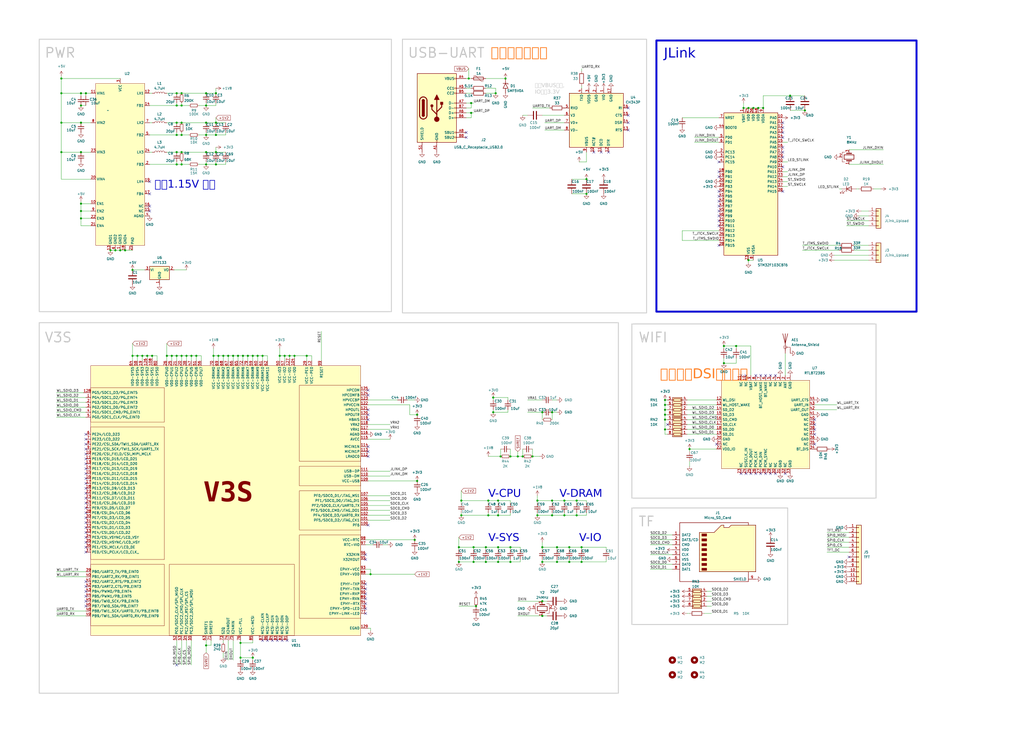
<source format=kicad_sch>
(kicad_sch (version 20231120) (generator "eeschema") (generator_version "8.0")
  (paper "User" 529.996 380.009)
  (junction (at 251.46 290.83))
  (junction (at 285.75 259.08))
  (junction (at 93.98 48.26))
  (junction (at 91.44 78.74))
  (junction (at 374.65 179.07))
  (junction (at 298.45 266.7))
  (junction (at 110.49 184.15))
  (junction (at 44.45 48.26))
  (junction (at 106.68 54.61))
  (junction (at 93.98 63.5))
  (junction (at 344.17 217.17))
  (junction (at 344.17 214.63))
  (junction (at 389.89 55.88))
  (junction (at 91.44 69.85))
  (junction (at 125.73 184.15))
  (junction (at 68.58 184.15))
  (junction (at 130.81 184.15))
  (junction (at 387.35 55.88))
  (junction (at 278.13 266.7))
  (junction (at 135.89 184.15))
  (junction (at 111.76 85.09))
  (junction (at 41.91 78.74))
  (junction (at 113.03 184.15))
  (junction (at 280.67 213.36))
  (junction (at 41.91 113.03))
  (junction (at 252.73 259.08))
  (junction (at 280.67 311.15))
  (junction (at 31.75 40.64))
  (junction (at 41.91 105.41))
  (junction (at 292.1 266.7))
  (junction (at 288.29 290.83))
  (junction (at 93.98 69.85))
  (junction (at 147.32 184.15))
  (junction (at 387.35 134.62))
  (junction (at 111.76 48.26))
  (junction (at 93.98 54.61))
  (junction (at 243.84 58.42))
  (junction (at 111.76 63.5))
  (junction (at 344.17 207.01))
  (junction (at 292.1 259.08))
  (junction (at 303.53 100.33))
  (junction (at 300.99 290.83))
  (junction (at 256.54 48.26))
  (junction (at 243.84 53.34))
  (junction (at 128.27 184.15))
  (junction (at 294.64 283.21))
  (junction (at 215.9 248.92))
  (junction (at 62.23 129.54))
  (junction (at 106.68 69.85))
  (junction (at 93.98 184.15))
  (junction (at 300.99 283.21))
  (junction (at 275.59 236.22))
  (junction (at 31.75 48.26))
  (junction (at 270.51 236.22))
  (junction (at 416.56 57.15))
  (junction (at 57.15 129.54))
  (junction (at 64.77 129.54))
  (junction (at 255.27 205.74))
  (junction (at 93.98 78.74))
  (junction (at 41.91 48.26))
  (junction (at 238.76 266.7))
  (junction (at 238.76 259.08))
  (junction (at 106.68 78.74))
  (junction (at 264.16 236.22))
  (junction (at 106.68 63.5))
  (junction (at 124.46 332.74))
  (junction (at 294.64 290.83))
  (junction (at 267.97 236.22))
  (junction (at 93.98 85.09))
  (junction (at 257.81 283.21))
  (junction (at 31.75 78.74))
  (junction (at 130.81 340.36))
  (junction (at 78.74 184.15))
  (junction (at 264.16 290.83))
  (junction (at 91.44 63.5))
  (junction (at 152.4 184.15))
  (junction (at 303.53 92.71))
  (junction (at 96.52 184.15))
  (junction (at 252.73 266.7))
  (junction (at 215.9 214.63))
  (junction (at 356.87 232.41))
  (junction (at 257.81 290.83))
  (junction (at 298.45 259.08))
  (junction (at 149.86 184.15))
  (junction (at 158.75 184.15))
  (junction (at 120.65 184.15))
  (junction (at 278.13 259.08))
  (junction (at 191.77 297.18))
  (junction (at 261.62 40.64))
  (junction (at 111.76 78.74))
  (junction (at 59.69 129.54))
  (junction (at 257.81 266.7))
  (junction (at 111.76 69.85))
  (junction (at 71.12 184.15))
  (junction (at 246.38 313.69))
  (junction (at 214.63 279.4))
  (junction (at 115.57 184.15))
  (junction (at 68.58 139.7))
  (junction (at 88.9 184.15))
  (junction (at 245.11 290.83))
  (junction (at 381 179.07))
  (junction (at 408.94 49.53))
  (junction (at 255.27 213.36))
  (junction (at 106.68 48.26))
  (junction (at 344.17 222.25))
  (junction (at 257.81 259.08))
  (junction (at 259.08 236.22))
  (junction (at 41.91 54.61))
  (junction (at 124.46 340.36))
  (junction (at 144.78 184.15))
  (junction (at 288.29 283.21))
  (junction (at 237.49 283.21))
  (junction (at 242.57 40.64))
  (junction (at 31.75 63.5))
  (junction (at 106.68 85.09))
  (junction (at 76.2 184.15))
  (junction (at 91.44 48.26))
  (junction (at 285.75 213.36))
  (junction (at 245.11 283.21))
  (junction (at 280.67 290.83))
  (junction (at 91.44 85.09))
  (junction (at 41.91 63.5))
  (junction (at 123.19 184.15))
  (junction (at 133.35 184.15))
  (junction (at 101.6 184.15))
  (junction (at 118.11 184.15))
  (junction (at 344.17 212.09))
  (junction (at 264.16 283.21))
  (junction (at 251.46 283.21))
  (junction (at 384.81 55.88))
  (junction (at 280.67 283.21))
  (junction (at 91.44 184.15))
  (junction (at 41.91 109.22))
  (junction (at 106.68 334.01))
  (junction (at 237.49 290.83))
  (junction (at 374.65 187.96))
  (junction (at 73.66 184.15))
  (junction (at 344.17 209.55))
  (junction (at 394.97 55.88))
  (junction (at 91.44 54.61))
  (junction (at 86.36 184.15))
  (junction (at 99.06 184.15))
  (junction (at 285.75 266.7))
  (junction (at 280.67 318.77))
  (junction (at 392.43 55.88))
  (no_connect (at 421.64 222.25))
  (no_connect (at 44.45 255.27))
  (no_connect (at 396.24 245.11))
  (no_connect (at 314.96 78.74))
  (no_connect (at 135.89 331.47))
  (no_connect (at 401.32 194.31))
  (no_connect (at 91.44 344.17))
  (no_connect (at 44.45 260.35))
  (no_connect (at 44.45 252.73))
  (no_connect (at 372.11 114.3))
  (no_connect (at 190.5 217.17))
  (no_connect (at 372.11 101.6))
  (no_connect (at 391.16 194.31))
  (no_connect (at 405.13 71.12))
  (no_connect (at 372.11 111.76))
  (no_connect (at 44.45 224.79))
  (no_connect (at 77.47 106.68))
  (no_connect (at 44.45 227.33))
  (no_connect (at 44.45 262.89))
  (no_connect (at 372.11 83.82))
  (no_connect (at 189.23 304.8))
  (no_connect (at 398.78 245.11))
  (no_connect (at 372.11 109.22))
  (no_connect (at 44.45 313.69))
  (no_connect (at 391.16 245.11))
  (no_connect (at 421.64 219.71))
  (no_connect (at 421.64 224.79))
  (no_connect (at 189.23 312.42))
  (no_connect (at 44.45 229.87))
  (no_connect (at 398.78 194.31))
  (no_connect (at 44.45 311.15))
  (no_connect (at 372.11 99.06))
  (no_connect (at 189.23 307.34))
  (no_connect (at 44.45 242.57))
  (no_connect (at 44.45 265.43))
  (no_connect (at 190.5 231.14))
  (no_connect (at 44.45 280.67))
  (no_connect (at 44.45 300.99))
  (no_connect (at 44.45 273.05))
  (no_connect (at 44.45 245.11))
  (no_connect (at 372.11 88.9))
  (no_connect (at 77.47 109.22))
  (no_connect (at 189.23 309.88))
  (no_connect (at 44.45 306.07))
  (no_connect (at 190.5 214.63))
  (no_connect (at 325.12 67.31))
  (no_connect (at 405.13 76.2))
  (no_connect (at 405.13 63.5))
  (no_connect (at 405.13 78.74))
  (no_connect (at 44.45 257.81))
  (no_connect (at 190.5 236.22))
  (no_connect (at 386.08 245.11))
  (no_connect (at 44.45 275.59))
  (no_connect (at 146.05 331.47))
  (no_connect (at 138.43 331.47))
  (no_connect (at 44.45 234.95))
  (no_connect (at 396.24 194.31))
  (no_connect (at 44.45 247.65))
  (no_connect (at 44.45 285.75))
  (no_connect (at 401.32 245.11))
  (no_connect (at 386.08 194.31))
  (no_connect (at 393.7 194.31))
  (no_connect (at 241.3 71.12))
  (no_connect (at 421.64 217.17))
  (no_connect (at 372.11 116.84))
  (no_connect (at 44.45 250.19))
  (no_connect (at 345.44 219.71))
  (no_connect (at 44.45 232.41))
  (no_connect (at 44.45 303.53))
  (no_connect (at 307.34 78.74))
  (no_connect (at 405.13 66.04))
  (no_connect (at 189.23 317.5))
  (no_connect (at 405.13 81.28))
  (no_connect (at 325.12 63.5))
  (no_connect (at 44.45 237.49))
  (no_connect (at 325.12 55.88))
  (no_connect (at 44.45 240.03))
  (no_connect (at 439.42 288.29))
  (no_connect (at 190.5 201.93))
  (no_connect (at 372.11 91.44))
  (no_connect (at 406.4 245.11))
  (no_connect (at 372.11 106.68))
  (no_connect (at 190.5 204.47))
  (no_connect (at 77.47 93.98))
  (no_connect (at 393.7 245.11))
  (no_connect (at 44.45 278.13))
  (no_connect (at 383.54 194.31))
  (no_connect (at 388.62 245.11))
  (no_connect (at 148.59 331.47))
  (no_connect (at 372.11 127))
  (no_connect (at 189.23 287.02))
  (no_connect (at 189.23 314.96))
  (no_connect (at 189.23 302.26))
  (no_connect (at 421.64 229.87))
  (no_connect (at 190.5 233.68))
  (no_connect (at 370.84 229.87))
  (no_connect (at 241.3 68.58))
  (no_connect (at 44.45 308.61))
  (no_connect (at 372.11 104.14))
  (no_connect (at 44.45 267.97))
  (no_connect (at 140.97 331.47))
  (no_connect (at 383.54 245.11))
  (no_connect (at 190.5 212.09))
  (no_connect (at 143.51 331.47))
  (no_connect (at 405.13 68.58))
  (no_connect (at 190.5 271.78))
  (no_connect (at 77.47 100.33))
  (no_connect (at 44.45 283.21))
  (no_connect (at 405.13 99.06))
  (no_connect (at 311.15 78.74))
  (no_connect (at 325.12 59.69))
  (no_connect (at 405.13 86.36))
  (no_connect (at 189.23 289.56))
  (no_connect (at 44.45 270.51))
  (wire (pts (xy 273.05 207.01) (xy 280.67 207.01)))
  (wire (pts (xy 238.76 259.08) (xy 238.76 260.35)))
  (wire (pts (xy 285.75 259.08) (xy 292.1 259.08)))
  (wire (pts (xy 313.69 290.83) (xy 313.69 289.56)))
  (wire (pts (xy 111.76 53.34) (xy 111.76 54.61)))
  (wire (pts (xy 387.35 134.62) (xy 389.89 134.62)))
  (wire (pts (xy 280.67 311.15) (xy 283.21 311.15)))
  (wire (pts (xy 384.81 53.34) (xy 384.81 55.88)))
  (wire (pts (xy 93.98 83.82) (xy 93.98 85.09)))
  (wire (pts (xy 292.1 259.08) (xy 298.45 259.08)))
  (wire (pts (xy 212.09 214.63) (xy 212.09 209.55)))
  (wire (pts (xy 431.8 132.08) (xy 449.58 132.08)))
  (wire (pts (xy 29.21 213.36) (xy 44.45 213.36)))
  (wire (pts (xy 91.44 53.34) (xy 91.44 54.61)))
  (wire (pts (xy 191.77 297.18) (xy 214.63 297.18)))
  (wire (pts (xy 298.45 259.08) (xy 298.45 260.35)))
  (wire (pts (xy 359.41 73.66) (xy 372.11 73.66)))
  (wire (pts (xy 285.75 259.08) (xy 285.75 260.35)))
  (wire (pts (xy 336.55 281.94) (xy 347.98 281.94)))
  (wire (pts (xy 355.6 317.5) (xy 356.87 317.5)))
  (wire (pts (xy 93.98 69.85) (xy 97.79 69.85)))
  (wire (pts (xy 111.76 83.82) (xy 111.76 85.09)))
  (wire (pts (xy 288.29 283.21) (xy 288.29 284.48)))
  (wire (pts (xy 336.55 279.4) (xy 347.98 279.4)))
  (wire (pts (xy 59.69 129.54) (xy 62.23 129.54)))
  (wire (pts (xy 262.89 205.74) (xy 255.27 205.74)))
  (wire (pts (xy 238.76 266.7) (xy 238.76 265.43)))
  (wire (pts (xy 336.55 287.02) (xy 347.98 287.02)))
  (wire (pts (xy 257.81 266.7) (xy 264.16 266.7)))
  (wire (pts (xy 345.44 217.17) (xy 344.17 217.17)))
  (wire (pts (xy 280.67 318.77) (xy 283.21 318.77)))
  (wire (pts (xy 344.17 224.79) (xy 344.17 222.25)))
  (wire (pts (xy 294.64 283.21) (xy 294.64 284.48)))
  (wire (pts (xy 88.9 184.15) (xy 88.9 186.69)))
  (wire (pts (xy 243.84 60.96) (xy 243.84 58.42)))
  (wire (pts (xy 245.11 290.83) (xy 251.46 290.83)))
  (wire (pts (xy 29.21 205.74) (xy 44.45 205.74)))
  (wire (pts (xy 130.81 341.63) (xy 130.81 340.36)))
  (wire (pts (xy 125.73 184.15) (xy 125.73 186.69)))
  (wire (pts (xy 264.16 283.21) (xy 264.16 284.48)))
  (wire (pts (xy 102.87 69.85) (xy 106.68 69.85)))
  (wire (pts (xy 123.19 184.15) (xy 125.73 184.15)))
  (wire (pts (xy 124.46 341.63) (xy 124.46 340.36)))
  (wire (pts (xy 113.03 184.15) (xy 113.03 186.69)))
  (wire (pts (xy 111.76 63.5) (xy 116.84 63.5)))
  (wire (pts (xy 189.23 294.64) (xy 191.77 294.64)))
  (wire (pts (xy 285.75 266.7) (xy 285.75 265.43)))
  (wire (pts (xy 91.44 184.15) (xy 91.44 186.69)))
  (wire (pts (xy 201.93 222.25) (xy 190.5 222.25)))
  (wire (pts (xy 374.65 187.96) (xy 381 187.96)))
  (wire (pts (xy 41.91 113.03) (xy 41.91 109.22)))
  (wire (pts (xy 128.27 184.15) (xy 128.27 186.69)))
  (wire (pts (xy 251.46 48.26) (xy 256.54 48.26)))
  (wire (pts (xy 251.46 40.64) (xy 261.62 40.64)))
  (wire (pts (xy 264.16 259.08) (xy 264.16 260.35)))
  (wire (pts (xy 278.13 259.08) (xy 285.75 259.08)))
  (wire (pts (xy 91.44 69.85) (xy 93.98 69.85)))
  (wire (pts (xy 91.44 184.15) (xy 88.9 184.15)))
  (wire (pts (xy 298.45 259.08) (xy 303.53 259.08)))
  (wire (pts (xy 237.49 283.21) (xy 237.49 284.48)))
  (wire (pts (xy 288.29 283.21) (xy 294.64 283.21)))
  (wire (pts (xy 257.81 283.21) (xy 264.16 283.21)))
  (wire (pts (xy 190.5 248.92) (xy 215.9 248.92)))
  (wire (pts (xy 264.16 290.83) (xy 269.24 290.83)))
  (wire (pts (xy 313.69 283.21) (xy 313.69 284.48)))
  (wire (pts (xy 115.57 331.47) (xy 115.57 332.74)))
  (wire (pts (xy 257.81 266.7) (xy 257.81 265.43)))
  (wire (pts (xy 257.81 259.08) (xy 257.81 260.35)))
  (wire (pts (xy 270.51 232.41) (xy 270.51 236.22)))
  (wire (pts (xy 264.16 283.21) (xy 269.24 283.21)))
  (wire (pts (xy 29.21 318.77) (xy 44.45 318.77)))
  (wire (pts (xy 300.99 290.83) (xy 300.99 289.56)))
  (wire (pts (xy 355.6 222.25) (xy 370.84 222.25)))
  (wire (pts (xy 345.44 209.55) (xy 344.17 209.55)))
  (wire (pts (xy 93.98 48.26) (xy 91.44 48.26)))
  (wire (pts (xy 31.75 63.5) (xy 31.75 78.74)))
  (wire (pts (xy 62.23 129.54) (xy 64.77 129.54)))
  (wire (pts (xy 130.81 184.15) (xy 130.81 186.69)))
  (wire (pts (xy 252.73 259.08) (xy 252.73 260.35)))
  (wire (pts (xy 356.87 232.41) (xy 356.87 233.68)))
  (wire (pts (xy 201.93 264.16) (xy 190.5 264.16)))
  (wire (pts (xy 381 180.34) (xy 381 179.07)))
  (wire (pts (xy 252.73 266.7) (xy 257.81 266.7)))
  (wire (pts (xy 125.73 184.15) (xy 128.27 184.15)))
  (wire (pts (xy 201.93 227.33) (xy 190.5 227.33)))
  (wire (pts (xy 81.28 184.15) (xy 78.74 184.15)))
  (wire (pts (xy 257.81 283.21) (xy 257.81 284.48)))
  (wire (pts (xy 201.93 256.54) (xy 190.5 256.54)))
  (wire (pts (xy 118.11 184.15) (xy 120.65 184.15)))
  (wire (pts (xy 374.65 179.07) (xy 381 179.07)))
  (wire (pts (xy 110.49 180.34) (xy 110.49 184.15)))
  (wire (pts (xy 93.98 68.58) (xy 93.98 69.85)))
  (wire (pts (xy 161.29 184.15) (xy 158.75 184.15)))
  (wire (pts (xy 381 179.07) (xy 388.62 179.07)))
  (wire (pts (xy 303.53 83.82) (xy 299.72 83.82)))
  (wire (pts (xy 91.44 78.74) (xy 86.36 78.74)))
  (wire (pts (xy 111.76 63.5) (xy 111.76 60.96)))
  (wire (pts (xy 242.57 35.56) (xy 242.57 40.64)))
  (wire (pts (xy 384.81 55.88) (xy 387.35 55.88)))
  (wire (pts (xy 438.15 114.3) (xy 449.58 114.3)))
  (wire (pts (xy 29.21 208.28) (xy 44.45 208.28)))
  (wire (pts (xy 111.76 85.09) (xy 116.84 85.09)))
  (wire (pts (xy 392.43 55.88) (xy 394.97 55.88)))
  (wire (pts (xy 201.93 219.71) (xy 190.5 219.71)))
  (wire (pts (xy 441.96 129.54) (xy 449.58 129.54)))
  (wire (pts (xy 255.27 207.01) (xy 255.27 205.74)))
  (wire (pts (xy 245.11 290.83) (xy 245.11 289.56)))
  (wire (pts (xy 77.47 69.85) (xy 91.44 69.85)))
  (wire (pts (xy 280.67 290.83) (xy 288.29 290.83)))
  (wire (pts (xy 101.6 184.15) (xy 99.06 184.15)))
  (wire (pts (xy 405.13 88.9) (xy 407.67 88.9)))
  (wire (pts (xy 356.87 238.76) (xy 356.87 241.3)))
  (wire (pts (xy 201.93 259.08) (xy 190.5 259.08)))
  (wire (pts (xy 96.52 344.17) (xy 96.52 331.47)))
  (wire (pts (xy 189.23 279.4) (xy 214.63 279.4)))
  (wire (pts (xy 427.99 275.59) (xy 439.42 275.59)))
  (wire (pts (xy 355.6 214.63) (xy 370.84 214.63)))
  (wire (pts (xy 106.68 54.61) (xy 106.68 53.34)))
  (wire (pts (xy 345.44 214.63) (xy 344.17 214.63)))
  (wire (pts (xy 124.46 331.47) (xy 124.46 332.74)))
  (wire (pts (xy 345.44 224.79) (xy 344.17 224.79)))
  (wire (pts (xy 76.2 185.42) (xy 76.2 184.15)))
  (wire (pts (xy 267.97 233.68) (xy 267.97 236.22)))
  (wire (pts (xy 270.51 59.69) (xy 273.05 59.69)))
  (wire (pts (xy 406.4 182.88) (xy 406.4 194.31)))
  (wire (pts (xy 106.68 54.61) (xy 111.76 54.61)))
  (wire (pts (xy 285.75 266.7) (xy 292.1 266.7)))
  (wire (pts (xy 133.35 184.15) (xy 135.89 184.15)))
  (wire (pts (xy 91.44 63.5) (xy 86.36 63.5)))
  (wire (pts (xy 280.67 213.36) (xy 280.67 217.17)))
  (wire (pts (xy 344.17 207.01) (xy 345.44 207.01)))
  (wire (pts (xy 405.13 96.52) (xy 407.67 96.52)))
  (wire (pts (xy 303.53 259.08) (xy 303.53 260.35)))
  (wire (pts (xy 280.67 290.83) (xy 280.67 289.56)))
  (wire (pts (xy 31.75 92.71) (xy 46.99 92.71)))
  (wire (pts (xy 275.59 232.41) (xy 275.59 236.22)))
  (wire (pts (xy 355.6 217.17) (xy 370.84 217.17)))
  (wire (pts (xy 387.35 134.62) (xy 387.35 135.89)))
  (wire (pts (xy 104.14 186.69) (xy 104.14 184.15)))
  (wire (pts (xy 353.06 119.38) (xy 353.06 124.46)))
  (wire (pts (xy 212.09 214.63) (xy 215.9 214.63)))
  (wire (pts (xy 389.89 55.88) (xy 392.43 55.88)))
  (wire (pts (xy 93.98 78.74) (xy 91.44 78.74)))
  (wire (pts (xy 257.81 290.83) (xy 257.81 289.56)))
  (wire (pts (xy 73.66 184.15) (xy 71.12 184.15)))
  (wire (pts (xy 115.57 337.82) (xy 115.57 340.36)))
  (wire (pts (xy 124.46 332.74) (xy 124.46 340.36)))
  (wire (pts (xy 427.99 278.13) (xy 439.42 278.13)))
  (wire (pts (xy 433.07 212.09) (xy 421.64 212.09)))
  (wire (pts (xy 353.06 119.38) (xy 372.11 119.38)))
  (wire (pts (xy 251.46 283.21) (xy 257.81 283.21)))
  (wire (pts (xy 427.99 283.21) (xy 439.42 283.21)))
  (wire (pts (xy 427.99 280.67) (xy 439.42 280.67)))
  (wire (pts (xy 135.89 184.15) (xy 138.43 184.15)))
  (wire (pts (xy 278.13 256.54) (xy 278.13 259.08)))
  (wire (pts (xy 68.58 139.7) (xy 74.93 139.7)))
  (wire (pts (xy 243.84 58.42) (xy 241.3 58.42)))
  (wire (pts (xy 374.65 179.07) (xy 374.65 180.34)))
  (wire (pts (xy 355.6 207.01) (xy 370.84 207.01)))
  (wire (pts (xy 251.46 45.72) (xy 256.54 45.72)))
  (wire (pts (xy 288.29 290.83) (xy 294.64 290.83)))
  (wire (pts (xy 106.68 85.09) (xy 106.68 83.82)))
  (wire (pts (xy 292.1 259.08) (xy 292.1 260.35)))
  (wire (pts (xy 133.35 184.15) (xy 133.35 186.69)))
  (wire (pts (xy 257.81 259.08) (xy 264.16 259.08)))
  (wire (pts (xy 106.68 78.74) (xy 111.76 78.74)))
  (wire (pts (xy 300.99 283.21) (xy 300.99 284.48)))
  (wire (pts (xy 91.44 68.58) (xy 91.44 69.85)))
  (wire (pts (xy 91.44 83.82) (xy 91.44 85.09)))
  (wire (pts (xy 238.76 259.08) (xy 252.73 259.08)))
  (wire (pts (xy 191.77 326.39) (xy 191.77 325.12)))
  (wire (pts (xy 295.91 92.71) (xy 303.53 92.71)))
  (wire (pts (xy 255.27 213.36) (xy 262.89 213.36)))
  (wire (pts (xy 116.84 69.85) (xy 111.76 69.85)))
  (wire (pts (xy 353.06 124.46) (xy 372.11 124.46)))
  (wire (pts (xy 166.37 171.45) (xy 166.37 186.69)))
  (wire (pts (xy 267.97 318.77) (xy 280.67 318.77)))
  (wire (pts (xy 267.97 311.15) (xy 280.67 311.15)))
  (wire (pts (xy 237.49 290.83) (xy 245.11 290.83)))
  (wire (pts (xy 41.91 116.84) (xy 41.91 113.03)))
  (wire (pts (xy 388.62 179.07) (xy 388.62 194.31)))
  (wire (pts (xy 280.67 213.36) (xy 273.05 213.36)))
  (wire (pts (xy 237.49 278.13) (xy 237.49 283.21)))
  (wire (pts (xy 445.77 109.22) (xy 449.58 109.22)))
  (wire (pts (xy 101.6 186.69) (xy 101.6 184.15)))
  (wire (pts (xy 288.29 289.56) (xy 288.29 290.83)))
  (wire (pts (xy 93.98 63.5) (xy 91.44 63.5)))
  (wire (pts (xy 29.21 215.9) (xy 44.45 215.9)))
  (wire (pts (xy 96.52 184.15) (xy 93.98 184.15)))
  (wire (pts (xy 41.91 54.61) (xy 44.45 54.61)))
  (wire (pts (xy 31.75 48.26) (xy 41.91 48.26)))
  (wire (pts (xy 77.47 54.61) (xy 91.44 54.61)))
  (wire (pts (xy 78.74 78.74) (xy 77.47 78.74)))
  (wire (pts (xy 29.21 316.23) (xy 44.45 316.23)))
  (wire (pts (xy 106.68 334.01) (xy 106.68 337.82)))
  (wire (pts (xy 285.75 213.36) (xy 285.75 217.17)))
  (wire (pts (xy 292.1 266.7) (xy 298.45 266.7)))
  (wire (pts (xy 138.43 186.69) (xy 138.43 184.15)))
  (wire (pts (xy 264.16 236.22) (xy 267.97 236.22)))
  (wire (pts (xy 256.54 45.72) (xy 256.54 48.26)))
  (wire (pts (xy 368.3 313.69) (xy 365.76 313.69)))
  (wire (pts (xy 355.6 224.79) (xy 370.84 224.79)))
  (wire (pts (xy 243.84 55.88) (xy 243.84 53.34)))
  (wire (pts (xy 300.99 283.21) (xy 313.69 283.21)))
  (wire (pts (xy 152.4 184.15) (xy 149.86 184.15)))
  (wire (pts (xy 147.32 186.69) (xy 147.32 184.15)))
  (wire (pts (xy 104.14 184.15) (xy 101.6 184.15)))
  (wire (pts (xy 111.76 68.58) (xy 111.76 69.85)))
  (wire (pts (xy 368.3 308.61) (xy 365.76 308.61)))
  (wire (pts (xy 149.86 184.15) (xy 147.32 184.15)))
  (wire (pts (xy 31.75 92.71) (xy 31.75 78.74)))
  (wire (pts (xy 243.84 53.34) (xy 241.3 53.34)))
  (wire (pts (xy 370.84 209.55) (xy 355.6 209.55)))
  (wire (pts (xy 144.78 180.34) (xy 144.78 184.15)))
  (wire (pts (xy 109.22 334.01) (xy 106.68 334.01)))
  (wire (pts (xy 212.09 209.55) (xy 190.5 209.55)))
  (wire (pts (xy 91.44 54.61) (xy 93.98 54.61)))
  (wire (pts (xy 201.93 261.62) (xy 190.5 261.62)))
  (wire (pts (xy 245.11 53.34) (xy 243.84 53.34)))
  (wire (pts (xy 303.53 78.74) (xy 303.53 83.82)))
  (wire (pts (xy 278.13 259.08) (xy 278.13 260.35)))
  (wire (pts (xy 336.55 292.1) (xy 347.98 292.1)))
  (wire (pts (xy 405.13 91.44) (xy 407.67 91.44)))
  (wire (pts (xy 394.97 49.53) (xy 408.94 49.53)))
  (wire (pts (xy 394.97 49.53) (xy 394.97 55.88)))
  (wire (pts (xy 111.76 85.09) (xy 106.68 85.09)))
  (wire (pts (xy 415.29 127) (xy 434.34 127)))
  (wire (pts (xy 267.97 236.22) (xy 270.51 236.22)))
  (wire (pts (xy 252.73 259.08) (xy 257.81 259.08)))
  (wire (pts (xy 336.55 294.64) (xy 347.98 294.64)))
  (wire (pts (xy 77.47 85.09) (xy 91.44 85.09)))
  (wire (pts (xy 118.11 184.15) (xy 118.11 186.69)))
  (wire (pts (xy 81.28 186.69) (xy 81.28 184.15)))
  (wire (pts (xy 144.78 184.15) (xy 144.78 186.69)))
  (wire (pts (xy 237.49 313.69) (xy 246.38 313.69)))
  (wire (pts (xy 408.94 57.15) (xy 416.56 57.15)))
  (wire (pts (xy 123.19 184.15) (xy 123.19 186.69)))
  (wire (pts (xy 113.03 184.15) (xy 115.57 184.15)))
  (wire (pts (xy 31.75 39.37) (xy 31.75 40.64)))
  (wire (pts (xy 257.81 290.83) (xy 264.16 290.83)))
  (wire (pts (xy 130.81 184.15) (xy 133.35 184.15)))
  (wire (pts (xy 279.4 236.22) (xy 275.59 236.22)))
  (wire (pts (xy 198.12 281.94) (xy 200.66 281.94)))
  (wire (pts (xy 111.76 69.85) (xy 106.68 69.85)))
  (wire (pts (xy 191.77 325.12) (xy 190.5 325.12)))
  (wire (pts (xy 110.49 184.15) (xy 113.03 184.15)))
  (wire (pts (xy 96.52 184.15) (xy 96.52 186.69)))
  (wire (pts (xy 118.11 341.63) (xy 118.11 331.47)))
  (wire (pts (xy 29.21 298.45) (xy 44.45 298.45)))
  (wire (pts (xy 438.15 116.84) (xy 449.58 116.84)))
  (wire (pts (xy 135.89 186.69) (xy 135.89 184.15)))
  (wire (pts (xy 241.3 48.26) (xy 243.84 48.26)))
  (wire (pts (xy 294.64 290.83) (xy 300.99 290.83)))
  (wire (pts (xy 109.22 331.47) (xy 109.22 334.01)))
  (wire (pts (xy 238.76 254) (xy 238.76 259.08)))
  (wire (pts (xy 29.21 203.2) (xy 43.18 203.2)))
  (wire (pts (xy 255.27 213.36) (xy 255.27 212.09)))
  (wire (pts (xy 295.91 100.33) (xy 303.53 100.33)))
  (wire (pts (xy 441.96 127) (xy 449.58 127)))
  (wire (pts (xy 41.91 63.5) (xy 46.99 63.5)))
  (wire (pts (xy 99.06 184.15) (xy 96.52 184.15)))
  (wire (pts (xy 288.29 213.36) (xy 285.75 213.36)))
  (wire (pts (xy 269.24 290.83) (xy 269.24 289.56)))
  (wire (pts (xy 241.3 55.88) (xy 243.84 55.88)))
  (wire (pts (xy 76.2 184.15) (xy 73.66 184.15)))
  (wire (pts (xy 106.68 78.74) (xy 93.98 78.74)))
  (wire (pts (xy 41.91 113.03) (xy 46.99 113.03)))
  (wire (pts (xy 90.17 139.7) (xy 96.52 139.7)))
  (wire (pts (xy 99.06 186.69) (xy 99.06 184.15)))
  (wire (pts (xy 345.44 212.09) (xy 344.17 212.09)))
  (wire (pts (xy 29.21 210.82) (xy 44.45 210.82)))
  (wire (pts (xy 298.45 266.7) (xy 298.45 265.43)))
  (wire (pts (xy 292.1 266.7) (xy 292.1 265.43)))
  (wire (pts (xy 353.06 60.96) (xy 372.11 60.96)))
  (wire (pts (xy 190.5 207.01) (xy 205.74 207.01)))
  (wire (pts (xy 264.16 266.7) (xy 264.16 265.43)))
  (wire (pts (xy 115.57 184.15) (xy 118.11 184.15)))
  (wire (pts (xy 41.91 78.74) (xy 46.99 78.74)))
  (wire (pts (xy 31.75 40.64) (xy 62.23 40.64)))
  (wire (pts (xy 280.67 283.21) (xy 280.67 284.48)))
  (wire (pts (xy 158.75 184.15) (xy 152.4 184.15)))
  (wire (pts (xy 434.34 97.79) (xy 435.61 97.79)))
  (wire (pts (xy 444.5 111.76) (xy 449.58 111.76)))
  (wire (pts (xy 93.98 53.34) (xy 93.98 54.61)))
  (wire (pts (xy 281.94 67.31) (xy 292.1 67.31)))
  (wire (pts (xy 111.76 76.2) (xy 111.76 78.74)))
  (wire (pts (xy 86.36 186.69) (xy 86.36 184.15)))
  (wire (pts (xy 344.17 214.63) (xy 344.17 217.17)))
  (wire (pts (xy 374.65 185.42) (xy 374.65 187.96)))
  (wire (pts (xy 41.91 48.26) (xy 41.91 49.53)))
  (wire (pts (xy 280.67 283.21) (xy 288.29 283.21)))
  (wire (pts (xy 344.17 222.25) (xy 344.17 217.17)))
  (wire (pts (xy 106.68 48.26) (xy 93.98 48.26)))
  (wire (pts (xy 407.67 73.66) (xy 405.13 73.66)))
  (wire (pts (xy 336.55 276.86) (xy 347.98 276.86)))
  (wire (pts (xy 147.32 184.15) (xy 144.78 184.15)))
  (wire (pts (xy 298.45 266.7) (xy 303.53 266.7)))
  (wire (pts (xy 120.65 184.15) (xy 123.19 184.15)))
  (wire (pts (xy 116.84 68.58) (xy 116.84 69.85)))
  (wire (pts (xy 252.73 266.7) (xy 252.73 265.43)))
  (wire (pts (xy 111.76 45.72) (xy 111.76 48.26)))
  (wire (pts (xy 130.81 331.47) (xy 130.81 332.74)))
  (wire (pts (xy 368.3 306.07) (xy 365.76 306.07)))
  (wire (pts (xy 275.59 55.88) (xy 284.48 55.88)))
  (wire (pts (xy 245.11 283.21) (xy 245.11 284.48)))
  (wire (pts (xy 303.53 266.7) (xy 303.53 265.43)))
  (wire (pts (xy 264.16 290.83) (xy 264.16 289.56)))
  (wire (pts (xy 193.04 281.94) (xy 189.23 281.94)))
  (wire (pts (xy 102.87 54.61) (xy 106.68 54.61)))
  (wire (pts (xy 41.91 105.41) (xy 41.91 104.14)))
  (wire (pts (xy 269.24 283.21) (xy 269.24 284.48)))
  (wire (pts (xy 344.17 209.55) (xy 344.17 207.01)))
  (wire (pts (xy 245.11 283.21) (xy 251.46 283.21)))
  (wire (pts (xy 251.46 289.56) (xy 251.46 290.83)))
  (wire (pts (xy 152.4 185.42) (xy 152.4 184.15)))
  (wire (pts (xy 201.93 266.7) (xy 190.5 266.7)))
  (wire (pts (xy 214.63 207.01) (xy 210.82 207.01)))
  (wire (pts (xy 355.6 219.71) (xy 370.84 219.71)))
  (wire (pts (xy 300.99 36.83) (xy 300.99 35.56)))
  (wire (pts (xy 130.81 340.36) (xy 124.46 340.36)))
  (wire (pts (xy 31.75 40.64) (xy 31.75 48.26)))
  (wire (pts (xy 91.44 85.09) (xy 93.98 85.09)))
  (wire (pts (xy 415.29 129.54) (xy 434.34 129.54)))
  (wire (pts (xy 110.49 184.15) (xy 110.49 186.69)))
  (wire (pts (xy 408.94 49.53) (xy 416.56 49.53)))
  (wire (pts (xy 161.29 186.69) (xy 161.29 184.15)))
  (wire (pts (xy 252.73 236.22) (xy 259.08 236.22)))
  (wire (pts (xy 106.68 63.5) (xy 93.98 63.5)))
  (wire (pts (xy 288.29 207.01) (xy 285.75 207.01)))
  (wire (pts (xy 427.99 285.75) (xy 439.42 285.75)))
  (wire (pts (xy 149.86 184.15) (xy 149.86 185.42)))
  (wire (pts (xy 64.77 129.54) (xy 68.58 129.54)))
  (wire (pts (xy 130.81 332.74) (xy 124.46 332.74)))
  (wire (pts (xy 78.74 184.15) (xy 76.2 184.15)))
  (wire (pts (xy 71.12 184.15) (xy 68.58 184.15)))
  (wire (pts (xy 251.46 290.83) (xy 257.81 290.83)))
  (wire (pts (xy 381 187.96) (xy 381 185.42)))
  (wire (pts (xy 44.45 48.26) (xy 41.91 48.26)))
  (wire (pts (xy 86.36 184.15) (xy 86.36 177.8)))
  (wire (pts (xy 71.12 184.15) (xy 71.12 186.69)))
  (wire (pts (xy 91.44 48.26) (xy 86.36 48.26)))
  (wire (pts (xy 439.42 85.09) (xy 457.2 85.09)))
  (wire (pts (xy 88.9 184.15) (xy 86.36 184.15)))
  (wire (pts (xy 280.67 280.67) (xy 280.67 283.21)))
  (wire (pts (xy 237.49 283.21) (xy 245.11 283.21)))
  (wire (pts (xy 387.35 55.88) (xy 389.89 55.88)))
  (wire (pts (xy 158.75 186.69) (xy 158.75 184.15)))
  (wire (pts (xy 278.13 266.7) (xy 285.75 266.7)))
  (wire (pts (xy 93.98 344.17) (xy 93.98 331.47)))
  (wire (pts (xy 300.99 44.45) (xy 300.99 45.72)))
  (wire (pts (xy 93.98 184.15) (xy 93.98 186.69)))
  (wire (pts (xy 128.27 184.15) (xy 130.81 184.15)))
  (wire (pts (xy 405.13 93.98) (xy 407.67 93.98)))
  (wire (pts (xy 106.68 331.47) (xy 106.68 334.01)))
  (wire (pts (xy 370.84 232.41) (xy 356.87 232.41)))
  (wire (pts (xy 106.68 69.85) (xy 106.68 68.58)))
  (wire (pts (xy 191.77 294.64) (xy 191.77 297.18)))
  (wire (pts (xy 68.58 184.15) (xy 68.58 177.8)))
  (wire (pts (xy 241.3 40.64) (xy 242.57 40.64)))
  (wire (pts (xy 294.64 283.21) (xy 300.99 283.21)))
  (wire (pts (xy 242.57 40.64) (xy 243.84 40.64)))
  (wire (pts (xy 439.42 77.47) (xy 457.2 77.47)))
  (wire (pts (xy 359.41 71.12) (xy 372.11 71.12)))
  (wire (pts (xy 189.23 297.18) (xy 191.77 297.18)))
  (wire (pts (xy 99.06 344.17) (xy 99.06 331.47)))
  (wire (pts (xy 281.94 63.5) (xy 292.1 63.5)))
  (wire (pts (xy 102.87 85.09) (xy 106.68 85.09)))
  (wire (pts (xy 68.58 186.69) (xy 68.58 184.15)))
  (wire (pts (xy 241.3 60.96) (xy 243.84 60.96)))
  (wire (pts (xy 237.49 290.83) (xy 237.49 289.56)))
  (wire (pts (xy 245.11 58.42) (xy 243.84 58.42)))
  (wire (pts (xy 120.65 341.63) (xy 120.65 331.47)))
  (wire (pts (xy 355.6 212.09) (xy 370.84 212.09)))
  (wire (pts (xy 116.84 83.82) (xy 116.84 85.09)))
  (wire (pts (xy 294.64 289.56) (xy 294.64 290.83)))
  (wire (pts (xy 41.91 109.22) (xy 41.91 105.41)))
  (wire (pts (xy 262.89 213.36) (xy 262.89 212.09)))
  (wire (pts (xy 111.76 63.5) (xy 106.68 63.5)))
  (wire (pts (xy 78.74 185.42) (xy 78.74 184.15)))
  (wire (pts (xy 93.98 85.09) (xy 97.79 85.09)))
  (wire (pts (xy 368.3 317.5) (xy 364.49 317.5)))
  (wire (pts (xy 368.3 311.15) (xy 365.76 311.15)))
  (wire (pts (xy 238.76 266.7) (xy 252.73 266.7)))
  (wire (pts (xy 31.75 78.74) (xy 41.91 78.74)))
  (wire (pts (xy 29.21 295.91) (xy 44.45 295.91)))
  (wire (pts (xy 201.93 269.24) (xy 190.5 269.24)))
  (wire (pts (xy 41.91 63.5) (xy 31.75 63.5)))
  (wire (pts (xy 264.16 232.41) (xy 264.16 236.22)))
  (wire (pts (xy 344.17 212.09) (xy 344.17 209.55)))
  (wire (pts (xy 431.8 134.62) (xy 449.58 134.62)))
  (wire (pts (xy 433.07 209.55) (xy 421.64 209.55)))
  (wire (pts (xy 443.23 97.79) (xy 444.5 97.79)))
  (wire (pts (xy 78.74 48.26) (xy 77.47 48.26)))
  (wire (pts (xy 345.44 222.25) (xy 344.17 222.25)))
  (wire (pts (xy 46.99 116.84) (xy 41.91 116.84)))
  (wire (pts (xy 407.67 83.82) (xy 405.13 83.82)))
  (wire (pts (xy 300.99 290.83) (xy 313.69 290.83)))
  (wire (pts (xy 44.45 48.26) (xy 44.45 49.53)))
  (wire (pts (xy 241.3 45.72) (xy 243.84 45.72)))
  (wire (pts (xy 91.44 344.17) (xy 91.44 331.47)))
  (wire (pts (xy 41.91 109.22) (xy 46.99 109.22)))
  (wire (pts (xy 120.65 184.15) (xy 120.65 186.69)))
  (wire (pts (xy 73.66 184.15) (xy 73.66 186.69)))
  (wire (pts (xy 278.13 266.7) (xy 278.13 265.43)))
  (wire (pts (xy 115.57 184.15) (xy 115.57 186.69)))
  (wire (pts (xy 201.93 246.38) (xy 190.5 246.38)))
  (wire (pts (xy 93.98 54.61) (xy 97.79 54.61)))
  (wire (pts (xy 452.12 97.79) (xy 455.93 97.79)))
  (wire (pts (xy 46.99 48.26) (xy 44.45 48.26)))
  (wire (pts (xy 251.46 283.21) (xy 251.46 284.48)))
  (wire (pts (xy 41.91 105.41) (xy 46.99 105.41)))
  (wire (pts (xy 259.08 232.41) (xy 259.08 236.22)))
  (wire (pts (xy 93.98 184.15) (xy 91.44 184.15)))
  (wire (pts (xy 106.68 48.26) (xy 111.76 48.26)))
  (wire (pts (xy 111.76 78.74) (xy 116.84 78.74)))
  (wire (pts (xy 78.74 63.5) (xy 77.47 63.5)))
  (wire (pts (xy 280.67 59.69) (xy 292.1 59.69)))
  (wire (pts (xy 57.15 129.54) (xy 59.69 129.54)))
  (wire (pts (xy 344.17 214.63) (xy 344.17 212.09)))
  (wire (pts (xy 31.75 63.5) (xy 31.75 48.26)))
  (wire (pts (xy 201.93 243.84) (xy 190.5 243.84)))
  (wire (pts (xy 262.89 207.01) (xy 262.89 205.74)))
  (rectangle (start 20.32 20.32) (end 202.565 161.29) (stroke (width 0.5) (color 208 208 208 1)))
  (rectangle (start 208.28 20.32) (end 334.645 161.925) (stroke (width 0.5) (color 208 208 208 1)))
  (rectangle (start 20.32 167.005) (end 320.04 358.775) (stroke (width 0.5) (color 208 208 208 1)))
  (rectangle (start 339.725 20.955) (end 474.345 161.29) (stroke (width 1)))
  (rectangle (start 327.025 167.64) (end 453.39 257.81) (stroke (width 0.5) (color 208 208 208 1)))
  (rectangle (start 327.025 262.89) (end 407.67 323.215) (stroke (width 0.5) (color 208 208 208 1)))
  (text "PWR" (at 22.86 30.48 0) (effects (font (size 5 5) (thickness 0.6) (bold yes)) (justify left bottom)))
  (text "调到1.15V 左右" (at 80.01 99.06 0) (effects (font (size 4 4)) (justify left bottom)))
  (text "WIFI" (at 330.2 177.8 0) (effects (font (size 5 5) (thickness 0.6) (bold yes)) (justify left bottom)))
  (text "V-IO" (at 299.72 281.94 0) (effects (font (size 4 4)) (justify left bottom)))
  (text "正反插功能不同" (at 254 31.75 0) (effects (font (size 5 5)) (justify left bottom)))
  (text "V-DRAM" (at 289.56 259.08 0) (effects (font (size 4 4)) (justify left bottom)))
  (text "使用VBUS供电, \nIO电平3.3V" (at 276.86 49.53 0) (effects (font (size 2 2)) (justify left bottom)))
  (text "V-SYS" (at 252.73 281.94 0) (effects (font (size 4 4)) (justify left bottom)))
  (text "必须上拉DSI才能连到" (at 341.63 198.12 0) (effects (font (size 5 5)) (justify left bottom)))
  (text "TF" (at 330.2 273.05 0) (effects (font (size 5 5) (thickness 0.6) (bold yes)) (justify left bottom)))
  (text "V3S" (at 22.86 177.8 0) (effects (font (size 5 5) (thickness 0.6) (bold yes)) (justify left bottom)))
  (text "USB-UART" (at 210.82 30.48 0) (effects (font (size 5 5) (thickness 0.6) (bold yes)) (justify left bottom)))
  (text "V-CPU" (at 252.73 259.08 0) (effects (font (size 4 4)) (justify left bottom)))
  (text "JLink" (at 351.79 29.21 0) (effects (font (size 5 5))))
  (label "SPI0_CS" (at 427.99 283.21 0))
  (label "SDC0_D1" (at 368.3 317.5 0))
  (label "RESET" (at 166.37 171.45 270))
  (label "SPI0_CLK" (at 93.98 344.17 90))
  (label "ST_SWCLK" (at 438.15 114.3 0))
  (label "VRA1" (at 273.05 207.01 0))
  (label "UART0_TX" (at 29.21 316.23 0))
  (label "SDC0_D1" (at 201.93 256.54 0))
  (label "JLINK_DM" (at 201.93 246.38 0))
  (label "SPI0_MISO" (at 91.44 344.17 90))
  (label "UART_DP" (at 281.94 63.5 0))
  (label "WL_SDIO_D0" (at 29.21 210.82 0))
  (label "SPI0_MOSI" (at 427.99 278.13 0))
  (label "UART0_RX" (at 29.21 318.77 0))
  (label "TFT_DC" (at 427.99 285.75 0))
  (label "SDC0_CMD" (at 336.55 281.94 0))
  (label "SDC0_D0" (at 336.55 292.1 0))
  (label "T_JTCK_SWCLK" (at 407.67 73.66 0))
  (label "SDC0_D1" (at 336.55 294.64 0))
  (label "WL_SDIO_CLK" (at 358.14 219.71 0))
  (label "RESET" (at 237.49 313.69 0))
  (label "WL_SDIO_CMD" (at 358.14 217.17 0))
  (label "T_JTMS_SWDIO" (at 372.11 124.46 180))
  (label "SPI0_MOSI" (at 99.06 344.17 90))
  (label "WL_UART_TX" (at 29.21 295.91 0))
  (label "T_JTCK_SWCLK" (at 415.29 129.54 0))
  (label "WL_SDIO_D3" (at 358.14 214.63 0))
  (label "ST_SWDIO" (at 438.15 116.84 0))
  (label "WL_SDIO_D2" (at 358.14 212.09 0))
  (label "WL_SDIO_D0" (at 358.14 222.25 0))
  (label "UART_DM" (at 245.11 53.34 0))
  (label "UART0_RX" (at 300.99 35.56 0))
  (label "SDC0_D0" (at 368.3 313.69 0))
  (label "SDC0_D0" (at 201.93 259.08 0))
  (label "JLINK_DXIN" (at 359.41 71.12 0))
  (label "JLINK_DP" (at 201.93 243.84 0))
  (label "SDC0_CLK" (at 201.93 261.62 0))
  (label "SDC0_CLK" (at 336.55 287.02 0))
  (label "SDC0_D2" (at 336.55 276.86 0))
  (label "SDC0_D3" (at 368.3 308.61 0))
  (label "VRA2" (at 201.93 219.71 0))
  (label "SPI0_CS" (at 96.52 344.17 90))
  (label "SDC0_D2" (at 368.3 306.07 0))
  (label "DXOUT" (at 267.97 318.77 0))
  (label "WL_UART_RX" (at 29.21 298.45 0))
  (label "ST_SWDIO" (at 407.67 93.98 0))
  (label "DXOUT" (at 120.65 341.63 90))
  (label "JLINK_DXOUT" (at 359.41 73.66 0))
  (label "JLINK_DP" (at 407.67 91.44 0))
  (label "VRA1" (at 201.93 222.25 0))
  (label "SDC0_CMD" (at 201.93 264.16 0))
  (label "WL_SDIO_D1" (at 358.14 224.79 0))
  (label "SDC0_CMD" (at 368.3 311.15 0))
  (label "SDC0_D2" (at 201.93 269.24 0))
  (label "WL_SDIO_CMD" (at 29.21 213.36 0))
  (label "T_JTCK_SWCLK" (at 372.11 121.92 180))
  (label "WL_SDIO_D3" (at 29.21 203.2 0))
  (label "WL_UART_RX" (at 433.07 212.09 0))
  (label "SDC0_D3" (at 201.93 266.7 0))
  (label "JLINK_DXOUT" (at 457.2 85.09 180))
  (label "LED_STLINK" (at 434.34 97.79 180))
  (label "UART_DP" (at 245.11 58.42 0))
  (label "DXIN" (at 267.97 311.15 0))
  (label "WL_UART_TX" (at 433.07 209.55 0))
  (label "ST_SWCLK" (at 407.67 96.52 0))
  (label "WL_SDIO_D1" (at 29.21 208.28 0))
  (label "LED_STLINK" (at 407.67 83.82 0))
  (label "JLINK_DXIN" (at 457.2 77.47 180))
  (label "JLINK_DM" (at 407.67 88.9 0))
  (label "WL_SDIO_D2" (at 29.21 205.74 0))
  (label "WL_SDIO_CLK" (at 29.21 215.9 0))
  (label "UART0_TX" (at 275.59 55.88 0))
  (label "VRA2" (at 273.05 213.36 0))
  (label "T_JTMS_SWDIO" (at 415.29 127 0))
  (label "TFT_RST" (at 427.99 275.59 0))
  (label "DXIN" (at 118.11 341.63 90))
  (label "SPI0_CLK" (at 427.99 280.67 0))
  (label "UART_DM" (at 281.94 67.31 0))
  (label "SDC0_D3" (at 336.55 279.4 0))
  (global_label "+1V2" (shape input) (at 214.63 297.18 0) (property "Intersheetrefs" "${INTERSHEET_REFS}" (effects (hide yes))))
  (global_label "+1V2" (shape input) (at 111.76 60.96 0) (property "Intersheetrefs" "${INTERSHEET_REFS}" (effects (hide yes))))
  (global_label "+1V2" (shape input) (at 68.58 177.8 0) (property "Intersheetrefs" "${INTERSHEET_REFS}" (effects (hide yes))))
  (global_label "+1V2" (shape input) (at 238.76 254 0) (property "Intersheetrefs" "${INTERSHEET_REFS}" (effects (hide yes))))
  (global_label "SVREF" (shape input) (at 106.68 337.82 270) (property "Intersheetrefs" "${INTERSHEET_REFS}" (effects (hide yes))))
  (global_label "+1V2" (shape input) (at 237.49 278.13 0) (property "Intersheetrefs" "${INTERSHEET_REFS}" (effects (hide yes))))
  (global_label "SVREF" (shape input) (at 267.97 233.68 90) (property "Intersheetrefs" "${INTERSHEET_REFS}" (effects (hide yes))))
  (global_label "+1V2" (shape input) (at 86.36 177.8 0) (property "Intersheetrefs" "${INTERSHEET_REFS}" (effects (hide yes))))
  (global_label "VBUS" (shape input) (at 242.57 35.56 180) (property "Intersheetrefs" "${INTERSHEET_REFS}" (effects (hide yes))))
  (symbol (lib_id "Device:C_Small") (at 41.91 52.07 180) (unit 1)
    (property "Reference" "C4" (at 38.1 51.435 0))
    (property "Value" "10uF" (at 36.83 53.34 0))
    (property "Footprint" "Capacitor_SMD:C_0402_1005Metric" (effects (hide yes)))
  )
  (symbol (lib_id "Connector:Micro_SD_Card") (at 370.84 284.48 0) (unit 1)
    (property "Reference" "J1" (at 371.475 265.43 0))
    (property "Value" "Micro_SD_Card" (at 371.475 267.97 0))
    (property "Footprint" "RM2024:TF_Card_Short2" (effects (hide yes)))
    (property "Datasheet" "http://katalog.we-online.de/em/datasheet/693072010801.pdf" (effects (hide yes)))
  )
  (symbol (lib_id "Device:R") (at 425.45 232.41 270) (mirror x) (unit 1)
    (property "Reference" "R46" (at 427.355 236.22 0))
    (property "Value" "10K" (at 424.815 235.585 0))
    (property "Footprint" "Resistor_SMD:R_0402_1005Metric" (effects (hide yes)))
  )
  (symbol (lib_id "power:GND") (at 246.38 318.77 0) (unit 1)
    (property "Reference" "#PWR098" (effects (hide yes)))
    (property "Value" "GND" (at 246.38 323.215 0))
  )
  (symbol (lib_id "Device:C_Small") (at 41.91 81.28 180) (unit 1)
    (property "Reference" "C6" (at 38.1 80.645 0))
    (property "Value" "10uF" (at 36.83 82.55 0))
    (property "Footprint" "Capacitor_SMD:C_0402_1005Metric" (effects (hide yes)))
  )
  (symbol (lib_id "power:+3V3") (at 372.11 96.52 90) (unit 1)
    (property "Reference" "#PWR051" (effects (hide yes)))
    (property "Value" "+3V3" (at 368.935 96.52 90) (effects (justify left)))
  )
  (symbol (lib_id "Device:LED") (at 439.42 97.79 0) (unit 1)
    (property "Reference" "D2" (at 437.8325 92.71 0))
    (property "Value" "LED" (at 437.8325 95.25 0))
    (property "Footprint" "LED_SMD:LED_0402_1005Metric" (effects (hide yes)))
  )
  (symbol (lib_id "Device:C") (at 303.53 96.52 180) (unit 1)
    (property "Reference" "C17" (at 307.34 93.98 0) (effects (justify left)))
    (property "Value" "100nF" (at 309.88 99.06 0) (effects (justify left)))
    (property "Footprint" "Capacitor_SMD:C_0402_1005Metric" (effects (hide yes)))
  )
  (symbol (lib_id "power:GND") (at 439.42 273.05 270) (unit 1)
    (property "Reference" "#PWR028" (effects (hide yes)))
    (property "Value" "GND" (at 434.594 273.05 90))
  )
  (symbol (lib_id "power:GND") (at 408.94 182.88 90) (unit 1)
    (property "Reference" "#PWR0121" (effects (hide yes)))
    (property "Value" "GND" (at 414.02 182.88 90))
  )
  (symbol (lib_id "power:+3V3") (at 431.8 134.62 90) (mirror x) (unit 1)
    (property "Reference" "#PWR058" (effects (hide yes)))
    (property "Value" "+3V3" (at 428.625 134.62 90) (effects (justify left)))
  )
  (symbol (lib_id "power:GND") (at 431.8 132.08 270) (mirror x) (unit 1)
    (property "Reference" "#PWR057" (effects (hide yes)))
    (property "Value" "GND" (at 426.72 132.08 90))
  )
  (symbol (lib_id "power:GND") (at 278.13 266.7 0) (unit 1)
    (property "Reference" "#PWR0102" (effects (hide yes)))
    (property "Value" "GND" (at 278.13 270.51 0))
  )
  (symbol (lib_id "Device:C_Small") (at 303.53 262.89 0) (unit 1)
    (property "Reference" "C65" (at 305.435 260.985 0))
    (property "Value" "10uF" (at 306.705 264.795 0))
    (property "Footprint" "Capacitor_SMD:C_0402_1005Metric" (effects (hide yes)))
  )
  (symbol (lib_id "Device:Antenna_Shield") (at 406.4 177.8 0) (unit 1)
    (property "Reference" "AE1" (at 409.575 175.895 0) (effects (justify left)))
    (property "Value" "Antenna_Shield" (at 409.575 178.435 0) (effects (justify left)))
    (property "Footprint" "RM2024:IPEX_1" (effects (hide yes)))
  )
  (symbol (lib_id "Mechanical:MountingHole") (at 359.41 341.63 0) (unit 1) (exclude_from_sim yes) (in_bom no)
    (property "Reference" "H3" (at 361.95 340.3599 0) (effects (justify left)))
    (property "Value" "M2" (at 361.95 342.8999 0) (effects (justify left)))
    (property "Footprint" "MountingHole:MountingHole_2.2mm_M2_DIN965" (effects (hide yes)))
    (property "Description" "Mounting Hole without connection" (effects (hide yes)))
  )
  (symbol (lib_id "power:GND") (at 255.27 213.36 0) (unit 1)
    (property "Reference" "#PWR077" (effects (hide yes)))
    (property "Value" "GND" (at 255.27 217.805 0))
  )
  (symbol (lib_id "power:+5V") (at 261.62 40.64 0) (unit 1)
    (property "Reference" "#PWR033" (effects (hide yes)))
    (property "Value" "+5V" (at 261.62 35.56 0))
  )
  (symbol (lib_id "Device:C_Small") (at 91.44 66.04 180) (unit 1)
    (property "Reference" "C8" (at 88.265 64.135 0))
    (property "Value" "20pF" (at 88.265 67.945 0))
    (property "Footprint" "Capacitor_SMD:C_0402_1005Metric" (effects (hide yes)))
  )
  (symbol (lib_id "Device:C_Small") (at 264.16 262.89 0) (unit 1)
    (property "Reference" "C50" (at 266.065 260.985 0))
    (property "Value" "10uF" (at 267.335 264.795 0))
    (property "Footprint" "Capacitor_SMD:C_0402_1005Metric" (effects (hide yes)))
  )
  (symbol (lib_id "Device:C_Small") (at 300.99 287.02 0) (unit 1)
    (property "Reference" "C58" (at 302.895 285.115 0))
    (property "Value" "100nF" (at 304.165 288.925 0))
    (property "Footprint" "Capacitor_SMD:C_0402_1005Metric" (effects (hide yes)))
  )
  (symbol (lib_id "Device:C_Small") (at 215.9 251.46 180) (unit 1)
    (property "Reference" "C26" (at 219.71 250.825 0))
    (property "Value" "100nF" (at 220.345 253.365 0))
    (property "Footprint" "Capacitor_SMD:C_0402_1005Metric" (effects (hide yes)))
  )
  (symbol (lib_id "power:+3V3") (at 384.81 53.34 0) (unit 1)
    (property "Reference" "#PWR052" (effects (hide yes)))
    (property "Value" "+3V3" (at 384.81 49.53 0))
  )
  (symbol (lib_id "power:GND") (at 374.65 187.96 0) (unit 1)
    (property "Reference" "#PWR0115" (effects (hide yes)))
    (property "Value" "GND" (at 374.65 192.405 0))
  )
  (symbol (lib_id "power:+3V3") (at 355.6 306.07 90) (unit 1)
    (property "Reference" "#PWR012" (effects (hide yes)))
    (property "Value" "+3V3" (at 351.79 306.07 90) (effects (justify left)))
  )
  (symbol (lib_id "Device:R") (at 438.15 127 90) (mirror x) (unit 1)
    (property "Reference" "R4" (at 433.832 125.984 90))
    (property "Value" "33R" (at 443.484 125.73 90))
    (property "Footprint" "Resistor_SMD:R_0402_1005Metric" (effects (hide yes)))
  )
  (symbol (lib_id "power:GND") (at 218.44 78.74 0) (mirror y) (unit 1)
    (property "Reference" "#PWR027" (effects (hide yes)))
    (property "Value" "GND" (at 218.44 83.82 0))
  )
  (symbol (lib_id "power:GND") (at 403.86 194.31 180) (unit 1)
    (property "Reference" "#PWR0113" (effects (hide yes)))
    (property "Value" "GND" (at 403.86 189.23 90))
  )
  (symbol (lib_id "Device:Polyfuse") (at 247.65 40.64 270) (mirror x) (unit 1)
    (property "Reference" "F1" (at 247.65 35.56 90))
    (property "Value" "1A" (at 247.65 38.1 90))
    (property "Footprint" "Fuse:Fuse_1206_3216Metric" (effects (hide yes)))
  )
  (symbol (lib_id "Device:Crystal_GND3") (at 439.42 81.28 270) (mirror x) (unit 1)
    (property "Reference" "Y1" (at 438.15 71.12 90) (effects (justify left)))
    (property "Value" "8MHz" (at 438.15 73.66 90) (effects (justify left)))
    (property "Footprint" "Crystal:Resonator_SMD_Murata_CSTxExxV-3Pin_3.0x1.1mm" (effects (hide yes)))
  )
  (symbol (lib_id "power:+3V3") (at 280.67 280.67 0) (unit 1)
    (property "Reference" "#PWR0104" (effects (hide yes)))
    (property "Value" "+3V3" (at 280.67 276.225 0))
  )
  (symbol (lib_id "power:GND") (at 439.42 298.45 270) (unit 1)
    (property "Reference" "#PWR063" (effects (hide yes)))
    (property "Value" "GND" (at 434.594 298.45 90))
  )
  (symbol (lib_id "Device:R_Small") (at 273.05 236.22 90) (unit 1)
    (property "Reference" "R42" (at 274.955 238.76 90) (effects (justify left)))
    (property "Value" "2K" (at 274.32 241.3 90) (effects (justify left)))
    (property "Footprint" "Resistor_SMD:R_0402_1005Metric" (effects (hide yes)))
  )
  (symbol (lib_id "power:GND") (at 279.4 236.22 90) (unit 1)
    (property "Reference" "#PWR084" (effects (hide yes)))
    (property "Value" "GND" (at 282.575 236.22 90) (effects (justify right)))
  )
  (symbol (lib_id "power:GND") (at 421.64 214.63 90) (mirror x) (unit 1)
    (property "Reference" "#PWR0118" (effects (hide yes)))
    (property "Value" "GND" (at 426.72 214.63 90))
  )
  (symbol (lib_id "power:GND") (at 270.51 59.69 0) (mirror y) (unit 1)
    (property "Reference" "#PWR035" (effects (hide yes)))
    (property "Value" "GND" (at 270.51 64.77 0))
  )
  (symbol (lib_id "power:GND") (at 288.29 213.36 90) (unit 1)
    (property "Reference" "#PWR080" (effects (hide yes)))
    (property "Value" "GND" (at 292.1 213.36 90) (effects (justify right)))
  )
  (symbol (lib_id "power:GND") (at 372.11 66.04 270) (unit 1)
    (property "Reference" "#PWR047" (effects (hide yes)))
    (property "Value" "GND" (at 368.935 66.04 90) (effects (justify right)))
  )
  (symbol (lib_id "Device:C") (at 287.02 318.77 270) (mirror x) (unit 1)
    (property "Reference" "C28" (at 287.02 322.58 90))
    (property "Value" "20pF" (at 287.02 325.12 90))
    (property "Footprint" "Capacitor_SMD:C_0402_1005Metric" (effects (hide yes)))
  )
  (symbol (lib_id "power:+3V3") (at 214.63 279.4 0) (unit 1)
    (property "Reference" "#PWR082" (effects (hide yes)))
    (property "Value" "+3V3" (at 214.63 274.955 0))
  )
  (symbol (lib_id "Device:C_Small") (at 44.45 52.07 0) (mirror x) (unit 1)
    (property "Reference" "C36" (at 48.26 51.435 0))
    (property "Value" "10uF" (at 49.53 53.34 0))
    (property "Footprint" "Capacitor_SMD:C_0402_1005Metric" (effects (hide yes)))
  )
  (symbol (lib_id "Device:C_Small") (at 91.44 50.8 180) (unit 1)
    (property "Reference" "C7" (at 88.265 48.895 0))
    (property "Value" "20pF" (at 88.265 52.705 0))
    (property "Footprint" "Capacitor_SMD:C_0402_1005Metric" (effects (hide yes)))
  )
  (symbol (lib_id "Device:C_Small") (at 298.45 262.89 0) (unit 1)
    (property "Reference" "C64" (at 300.355 260.985 0))
    (property "Value" "1uF" (at 301.625 264.795 0))
    (property "Footprint" "Capacitor_SMD:C_0402_1005Metric" (effects (hide yes)))
  )
  (symbol (lib_id "power:GND") (at 275.59 314.96 270) (mirror x) (unit 1)
    (property "Reference" "#PWR070" (effects (hide yes)))
    (property "Value" "GND" (at 271.78 314.96 90) (effects (justify right)))
  )
  (symbol (lib_id "Device:R_Small") (at 283.21 217.17 90) (unit 1)
    (property "Reference" "R40" (at 281.305 219.075 90) (effects (justify left)))
    (property "Value" "200K" (at 289.56 219.075 90) (effects (justify left)))
    (property "Footprint" "Resistor_SMD:R_0402_1005Metric" (effects (hide yes)))
  )
  (symbol (lib_id "Device:C_Small") (at 273.05 232.41 270) (unit 1)
    (property "Reference" "C38" (at 273.05 226.695 90))
    (property "Value" "100nF" (at 273.685 229.235 90))
    (property "Footprint" "Capacitor_SMD:C_0402_1005Metric" (effects (hide yes)))
  )
  (symbol (lib_id "Device:R_Small") (at 261.62 236.22 90) (unit 1)
    (property "Reference" "R44" (at 263.525 238.76 90) (effects (justify left)))
    (property "Value" "2K" (at 262.89 241.3 90) (effects (justify left)))
    (property "Footprint" "Resistor_SMD:R_0402_1005Metric" (effects (hide yes)))
  )
  (symbol (lib_id "power:+3V0") (at 201.93 227.33 0) (unit 1)
    (property "Reference" "#PWR0122" (effects (hide yes)))
    (property "Value" "+3V0" (at 201.93 223.52 0))
  )
  (symbol (lib_id "power:GND") (at 41.91 54.61 0) (unit 1)
    (property "Reference" "#PWR09" (effects (hide yes)))
    (property "Value" "GND" (at 41.91 59.055 0))
  )
  (symbol (lib_id "Mechanical:MountingHole") (at 347.98 341.63 0) (unit 1) (exclude_from_sim yes) (in_bom no)
    (property "Reference" "H1" (at 350.52 340.3599 0) (effects (justify left)))
    (property "Value" "M2" (at 350.52 342.8999 0) (effects (justify left)))
    (property "Footprint" "MountingHole:MountingHole_2.2mm_M2_DIN965" (effects (hide yes)))
    (property "Description" "Mounting Hole without connection" (effects (hide yes)))
  )
  (symbol (lib_id "power:GND") (at 308.61 45.72 0) (mirror x) (unit 1)
    (property "Reference" "#PWR042" (effects (hide yes)))
    (property "Value" "GND" (at 308.61 40.64 90))
  )
  (symbol (lib_id "Device:C_Small") (at 313.69 287.02 0) (unit 1)
    (property "Reference" "C61" (at 315.595 285.115 0))
    (property "Value" "10uF" (at 316.865 288.925 0))
    (property "Footprint" "Capacitor_SMD:C_0402_1005Metric" (effects (hide yes)))
  )
  (symbol (lib_id "Device:C_Small") (at 116.84 66.04 180) (unit 1)
    (property "Reference" "C2" (at 118.872 64.516 0))
    (property "Value" "10uF" (at 119.38 67.818 0))
    (property "Footprint" "Capacitor_SMD:C_0402_1005Metric" (effects (hide yes)))
  )
  (symbol (lib_id "power:GND") (at 106.68 69.85 0) (unit 1)
    (property "Reference" "#PWR018" (effects (hide yes)))
    (property "Value" "GND" (at 106.68 74.295 0))
  )
  (symbol (lib_id "power:GND") (at 353.06 66.04 0) (unit 1)
    (property "Reference" "#PWR046" (effects (hide yes)))
    (property "Value" "GND" (at 353.06 70.485 0))
  )
  (symbol (lib_id "power:GND") (at 215.9 254 0) (unit 1)
    (property "Reference" "#PWR068" (effects (hide yes)))
    (property "Value" "GND" (at 215.9 258.445 0))
  )
  (symbol (lib_id "power:+3V3") (at 374.65 179.07 0) (unit 1)
    (property "Reference" "#PWR0114" (effects (hide yes)))
    (property "Value" "+3V3" (at 374.65 174.625 0))
  )
  (symbol (lib_id "Device:R") (at 247.65 48.26 270) (mirror x) (unit 1)
    (property "Reference" "R13" (at 252.73 49.53 90))
    (property "Value" "5.1K" (at 242.57 49.53 90))
    (property "Footprint" "Resistor_SMD:R_0402_1005Metric" (effects (hide yes)))
  )
  (symbol (lib_id "power:+1V8") (at 110.49 180.34 0) (unit 1)
    (property "Reference" "#PWR066" (effects (hide yes)))
    (property "Value" "+1V8" (at 110.49 175.895 0))
  )
  (symbol (lib_id "Connector:USB_C_Receptacle_USB2.0") (at 226.06 55.88 0) (unit 1)
    (property "Reference" "J2" (at 251.46 72.39 0) (effects (justify right)))
    (property "Value" "USB_C_Receptacle_USB2.0" (at 260.35 76.2 0) (effects (justify right)))
    (property "Footprint" "Connector_USB:USB_C_Receptacle_GCT_USB4110" (effects (hide yes)))
    (property "Datasheet" "https://www.usb.org/sites/default/files/documents/usb_type-c.zip" (effects (hide yes)))
  )
  (symbol (lib_id "Device:C_Small") (at 41.91 66.04 180) (unit 1)
    (property "Reference" "C5" (at 38.1 65.405 0))
    (property "Value" "10uF" (at 36.83 67.31 0))
    (property "Footprint" "Capacitor_SMD:C_0402_1005Metric" (effects (hide yes)))
  )
  (symbol (lib_id "power:+3V3") (at 111.76 76.2 270) (unit 1)
    (property "Reference" "#PWR017" (effects (hide yes)))
    (property "Value" "+3V3" (at 118.11 76.2 90))
  )
  (symbol (lib_id "power:+3V3") (at 347.98 284.48 90) (unit 1)
    (property "Reference" "#PWR06" (effects (hide yes)))
    (property "Value" "+3V3" (at 344.17 283.845 90) (effects (justify left)))
  )
  (symbol (lib_id "Device:C") (at 287.02 311.15 270) (mirror x) (unit 1)
    (property "Reference" "C27" (at 287.02 303.53 90))
    (property "Value" "20pF" (at 287.02 306.07 90))
    (property "Footprint" "Capacitor_SMD:C_0402_1005Metric" (effects (hide yes)))
  )
  (symbol (lib_id "Device:C_Small") (at 111.76 81.28 180) (unit 1)
    (property "Reference" "C25" (at 113.792 79.756 0))
    (property "Value" "10uF" (at 114.3 83.058 0))
    (property "Footprint" "Capacitor_SMD:C_0402_1005Metric" (effects (hide yes)))
  )
  (symbol (lib_id "Device:C") (at 68.58 143.51 0) (unit 1)
    (property "Reference" "C1" (at 68.58 140.97 0) (effects (justify left)))
    (property "Value" "10uF" (at 68.58 146.05 0) (effects (justify left)))
    (property "Footprint" "Capacitor_SMD:C_0402_1005Metric" (effects (hide yes)))
  )
  (symbol (lib_id "power:+3V3") (at 144.78 180.34 0) (unit 1)
    (property "Reference" "#PWR0105" (effects (hide yes)))
    (property "Value" "+3V3" (at 144.78 175.895 0))
  )
  (symbol (lib_id "0_RM2024:CH343P") (at 308.61 62.23 180) (unit 1)
    (property "Reference" "U4" (at 327.66 50.3839 0))
    (property "Value" "CH343P" (at 327.66 52.9239 0))
    (property "Footprint" "Package_DFN_QFN:TQFN-16-1EP_3x3mm_P0.5mm_EP1.6x1.6mm" (effects (hide yes)))
  )
  (symbol (lib_id "power:GND") (at 434.34 81.28 270) (unit 1)
    (property "Reference" "#PWR045" (effects (hide yes)))
    (property "Value" "GND" (at 430.53 81.28 90) (effects (justify right)))
  )
  (symbol (lib_id "Device:C_Small") (at 214.63 281.94 180) (unit 1)
    (property "Reference" "C35" (at 218.44 281.305 0))
    (property "Value" "100nF" (at 219.075 283.845 0))
    (property "Footprint" "Capacitor_SMD:C_0402_1005Metric" (effects (hide yes)))
  )
  (symbol (lib_id "power:+3V3") (at 429.26 232.41 270) (unit 1)
    (property "Reference" "#PWR0110" (effects (hide yes)))
    (property "Value" "+3V3" (at 433.07 232.41 0))
  )
  (symbol (lib_id "Device:C_Small") (at 251.46 287.02 0) (unit 1)
    (property "Reference" "C56" (at 253.365 285.115 0))
    (property "Value" "100nF" (at 254.635 288.925 0))
    (property "Footprint" "Capacitor_SMD:C_0402_1005Metric" (effects (hide yes)))
  )
  (symbol (lib_id "Device:L") (at 82.55 78.74 90) (unit 1)
    (property "Reference" "L3" (at 82.55 73.66 90))
    (property "Value" "4.7uH" (at 82.55 76.2 90))
    (property "Footprint" "Inductor_SMD:L_Sunlord_SWPA252012S" (effects (hide yes)))
  )
  (symbol (lib_id "power:GND") (at 439.42 300.99 270) (unit 1)
    (property "Reference" "#PWR030" (effects (hide yes)))
    (property "Value" "GND" (at 434.594 300.99 90))
  )
  (symbol (lib_id "power:GND") (at 256.54 48.26 0) (mirror y) (unit 1)
    (property "Reference" "#PWR031" (effects (hide yes)))
    (property "Value" "GND" (at 256.54 53.34 0))
  )
  (symbol (lib_id "Device:C_Small") (at 91.44 81.28 180) (unit 1)
    (property "Reference" "C9" (at 88.265 79.375 0))
    (property "Value" "20pF" (at 88.265 83.185 0))
    (property "Footprint" "Capacitor_SMD:C_0402_1005Metric" (effects (hide yes)))
  )
  (symbol (lib_id "Device:C_Small") (at 294.64 287.02 0) (unit 1)
    (property "Reference" "C66" (at 296.545 285.115 0))
    (property "Value" "100nF" (at 297.815 288.925 0))
    (property "Footprint" "Capacitor_SMD:C_0402_1005Metric" (effects (hide yes)))
  )
  (symbol (lib_id "Device:C_Small") (at 353.06 63.5 180) (unit 1)
    (property "Reference" "C19" (at 349.25 62.23 0))
    (property "Value" "100nF" (at 348.615 64.135 0))
    (property "Footprint" "Capacitor_SMD:C_0402_1005Metric" (effects (hide yes)))
  )
  (symbol (lib_id "Device:C_Small") (at 215.9 217.17 180) (unit 1)
    (property "Reference" "C40" (at 219.71 216.535 0))
    (property "Value" "100nF" (at 220.345 219.075 0))
    (property "Footprint" "Capacitor_SMD:C_0402_1005Metric" (effects (hide yes)))
  )
  (symbol (lib_id "Device:C_Small") (at 124.46 344.17 180) (unit 1)
    (property "Reference" "C29" (at 127 342.265 0))
    (property "Value" "100nF" (at 127.635 346.075 0))
    (property "Footprint" "Capacitor_SMD:C_0402_1005Metric" (effects (hide yes)))
  )
  (symbol (lib_id "power:+3V3") (at 355.6 313.69 90) (mirror x) (unit 1)
    (property "Reference" "#PWR022" (effects (hide yes)))
    (property "Value" "+3V3" (at 351.79 313.69 90) (effects (justify left)))
  )
  (symbol (lib_id "power:GND") (at 124.46 346.71 0) (unit 1)
    (property "Reference" "#PWR075" (effects (hide yes)))
    (property "Value" "GND" (at 124.46 351.155 0))
  )
  (symbol (lib_id "Mechanical:MountingHole") (at 347.98 349.25 0) (unit 1) (exclude_from_sim yes) (in_bom no)
    (property "Reference" "H2" (at 350.52 347.9799 0) (effects (justify left)))
    (property "Value" "M2" (at 350.52 350.5199 0) (effects (justify left)))
    (property "Footprint" "MountingHole:MountingHole_2.2mm_M2_DIN965" (effects (hide yes)))
    (property "Description" "Mounting Hole without connection" (effects (hide yes)))
  )
  (symbol (lib_id "power:GND") (at 421.64 227.33 90) (mirror x) (unit 1)
    (property "Reference" "#PWR0111" (effects (hide yes)))
    (property "Value" "GND" (at 426.72 227.33 90))
  )
  (symbol (lib_id "Device:C_Small") (at 252.73 262.89 0) (unit 1)
    (property "Reference" "C48" (at 254.635 260.985 0))
    (property "Value" "1uF" (at 255.905 264.795 0))
    (property "Footprint" "Capacitor_SMD:C_0402_1005Metric" (effects (hide yes)))
  )
  (symbol (lib_id "power:GND") (at 303.53 100.33 0) (mirror y) (unit 1)
    (property "Reference" "#PWR037" (effects (hide yes)))
    (property "Value" "GND" (at 303.53 105.41 0))
  )
  (symbol (lib_id "power:+3V3") (at 344.17 207.01 0) (unit 1)
    (property "Reference" "#PWR0116" (effects (hide yes)))
    (property "Value" "+3V3" (at 344.17 202.565 0))
  )
  (symbol (lib_id "power:+3V3") (at 215.9 214.63 0) (unit 1)
    (property "Reference" "#PWR094" (effects (hide yes)))
    (property "Value" "+3V3" (at 215.9 210.185 0))
  )
  (symbol (lib_id "power:GND") (at 190.5 224.79 90) (unit 1)
    (property "Reference" "#PWR078" (effects (hide yes)))
    (property "Value" "GND" (at 193.675 224.79 90) (effects (justify right)))
  )
  (symbol (lib_id "Device:C_Small") (at 111.76 66.04 180) (unit 1)
    (property "Reference" "C13" (at 113.792 64.516 0))
    (property "Value" "10uF" (at 114.3 67.818 0))
    (property "Footprint" "Capacitor_SMD:C_0402_1005Metric" (effects (hide yes)))
  )
  (symbol (lib_id "Device:C_Small") (at 288.29 287.02 0) (unit 1)
    (property "Reference" "C68" (at 290.195 285.115 0))
    (property "Value" "100nF" (at 291.465 288.925 0))
    (property "Footprint" "Capacitor_SMD:C_0402_1005Metric" (effects (hide yes)))
  )
  (symbol (lib_id "power:GND") (at 398.78 285.75 0) (unit 1)
    (property "Reference" "#PWR025" (effects (hide yes)))
    (property "Value" "GND" (at 398.78 290.195 0))
  )
  (symbol (lib_id "power:GND") (at 41.91 83.82 0) (unit 1)
    (property "Reference" "#PWR011" (effects (hide yes)))
    (property "Value" "GND" (at 41.91 88.265 0))
  )
  (symbol (lib_id "Device:C_Small") (at 381 182.88 180) (unit 1)
    (property "Reference" "C41" (at 384.81 182.245 0))
    (property "Value" "100nF" (at 385.445 184.785 0))
    (property "Footprint" "Capacitor_SMD:C_0402_1005Metric" (effects (hide yes)))
  )
  (symbol (lib_id "0_RM2024:V3S") (at 119.38 254 0) (unit 1)
    (property "Reference" "U1" (at 150.7841 331.47 0) (effects (justify left)))
    (property "Value" "V831" (at 150.7841 334.01 0) (effects (justify left)))
    (property "Footprint" "Package_QFP:LQFP-128_14x14mm_P0.4mm" (effects (hide yes)))
  )
  (symbol (lib_id "Device:R") (at 247.65 45.72 270) (mirror x) (unit 1)
    (property "Reference" "R12" (at 252.73 44.45 90))
    (property "Value" "5.1K" (at 242.57 44.45 90))
    (property "Footprint" "Resistor_SMD:R_0402_1005Metric" (effects (hide yes)))
  )
  (symbol (lib_id "Device:R") (at 288.29 55.88 270) (mirror x) (unit 1)
    (property "Reference" "R37" (at 288.29 50.8 90))
    (property "Value" "33" (at 288.29 53.34 90))
    (property "Footprint" "Resistor_SMD:R_0402_1005Metric" (effects (hide yes)))
  )
  (symbol (lib_id "power:GND") (at 372.11 81.28 270) (unit 1)
    (property "Reference" "#PWR049" (effects (hide yes)))
    (property "Value" "GND" (at 368.935 81.28 90) (effects (justify right)))
  )
  (symbol (lib_id "power:GND") (at 370.84 227.33 270) (mirror x) (unit 1)
    (property "Reference" "#PWR0107" (effects (hide yes)))
    (property "Value" "GND" (at 365.76 227.33 90))
  )
  (symbol (lib_id "power:GND") (at 391.16 299.72 90) (unit 1)
    (property "Reference" "#PWR023" (effects (hide yes)))
    (property "Value" "GND" (at 394.97 299.72 90) (effects (justify right)))
  )
  (symbol (lib_id "power:+1V8") (at 111.76 45.72 270) (unit 1)
    (property "Reference" "#PWR015" (effects (hide yes)))
    (property "Value" "+1V8" (at 117.475 45.72 90))
  )
  (symbol (lib_id "Device:C_Small") (at 280.67 287.02 0) (unit 1)
    (property "Reference" "C57" (at 282.575 285.115 0))
    (property "Value" "100nF" (at 283.845 288.925 0))
    (property "Footprint" "Capacitor_SMD:C_0402_1005Metric" (effects (hide yes)))
  )
  (symbol (lib_id "power:+5V") (at 31.75 39.37 0) (unit 1)
    (property "Reference" "#PWR07" (effects (hide yes)))
    (property "Value" "+5V" (at 31.75 34.29 0))
  )
  (symbol (lib_id "Device:C_Small") (at 208.28 207.01 270) (unit 1)
    (property "Reference" "C44" (at 204.47 205.74 90))
    (property "Value" "100nF" (at 212.725 205.74 90))
    (property "Footprint" "Capacitor_SMD:C_0402_1005Metric" (effects (hide yes)))
  )
  (symbol (lib_id "power:+3V3") (at 312.42 45.72 0) (unit 1)
    (property "Reference" "#PWR043" (effects (hide yes)))
    (property "Value" "+3V3" (at 312.42 40.64 90))
  )
  (symbol (lib_id "Device:C_Small") (at 257.81 287.02 0) (unit 1)
    (property "Reference" "C53" (at 259.715 285.115 0))
    (property "Value" "100nF" (at 260.985 288.925 0))
    (property "Footprint" "Capacitor_SMD:C_0402_1005Metric" (effects (hide yes)))
  )
  (symbol (lib_id "power:+3V3") (at 356.87 232.41 0) (unit 1)
    (property "Reference" "#PWR0119" (effects (hide yes)))
    (property "Value" "+3V3" (at 356.87 227.965 0))
  )
  (symbol (lib_id "Device:C") (at 276.86 59.69 90) (unit 1)
    (property "Reference" "C15" (at 278.13 63.5 90) (effects (justify left)))
    (property "Value" "100nF" (at 280.035 66.04 90) (effects (justify left)))
    (property "Footprint" "Capacitor_SMD:C_0402_1005Metric" (effects (hide yes)))
  )
  (symbol (lib_id "Device:C_Small") (at 264.16 287.02 0) (unit 1)
    (property "Reference" "C54" (at 266.065 285.115 0))
    (property "Value" "1uF" (at 267.335 288.925 0))
    (property "Footprint" "Capacitor_SMD:C_0402_1005Metric" (effects (hide yes)))
  )
  (symbol (lib_id "Regulator_Linear:XC6206PxxxMR") (at 82.55 139.7 0) (unit 1)
    (property "Reference" "U6" (at 82.55 133.35 0))
    (property "Value" "HT7133" (at 82.55 135.89 0))
    (property "Footprint" "Package_TO_SOT_SMD:SOT-23-3" (effects (hide yes)))
    (property "Datasheet" "https://www.torexsemi.com/file/xc6206/XC6206.pdf" (effects (hide yes)))
    (property "Description" "Positive 60-250mA Low Dropout Regulator, Fixed Output, SOT-23" (effects (hide yes)))
  )
  (symbol (lib_id "power:GND") (at 191.77 326.39 0) (mirror y) (unit 1)
    (property "Reference" "#PWR065" (effects (hide yes)))
    (property "Value" "GND" (at 191.77 330.835 0))
  )
  (symbol (lib_id "power:GND") (at 416.56 57.15 0) (unit 1)
    (property "Reference" "#PWR056" (effects (hide yes)))
    (property "Value" "GND" (at 419.1 59.69 0))
  )
  (symbol (lib_id "power:+3V3") (at 405.13 60.96 270) (unit 1)
    (property "Reference" "#PWR055" (effects (hide yes)))
    (property "Value" "+3V3" (at 408.94 60.9599 90) (effects (justify left)))
  )
  (symbol (lib_id "Device:R_Small") (at 246.38 311.15 180) (unit 1)
    (property "Reference" "R45" (at 252.095 309.88 0) (effects (justify left)))
    (property "Value" "47K" (at 252.095 312.42 0) (effects (justify left)))
    (property "Footprint" "Resistor_SMD:R_0402_1005Metric" (effects (hide yes)))
  )
  (symbol (lib_id "power:GND") (at 290.83 318.77 90) (mirror x) (unit 1)
    (property "Reference" "#PWR073" (effects (hide yes)))
    (property "Value" "GND" (at 294.64 318.77 90) (effects (justify right)))
  )
  (symbol (lib_id "power:GND") (at 215.9 219.71 0) (unit 1)
    (property "Reference" "#PWR095" (effects (hide yes)))
    (property "Value" "GND" (at 215.9 224.155 0))
  )
  (symbol (lib_id "Device:C_Small") (at 356.87 236.22 180) (unit 1)
    (property "Reference" "C67" (at 359.41 234.315 0))
    (property "Value" "100nF" (at 360.045 238.125 0))
    (property "Footprint" "Capacitor_SMD:C_0402_1005Metric" (effects (hide yes)))
  )
  (symbol (lib_id "power:GND") (at 439.42 290.83 270) (unit 1)
    (property "Reference" "#PWR054" (effects (hide yes)))
    (property "Value" "GND" (at 434.594 290.83 90))
  )
  (symbol (lib_id "Device:C_Small") (at 283.21 207.01 270) (unit 1)
    (property "Reference" "C32" (at 280.67 205.74 90))
    (property "Value" "1uF" (at 286.385 205.74 90))
    (property "Footprint" "Capacitor_SMD:C_0402_1005Metric" (effects (hide yes)))
  )
  (symbol (lib_id "Device:C_Small") (at 278.13 262.89 0) (unit 1)
    (property "Reference" "C59" (at 280.035 260.985 0))
    (property "Value" "100nF" (at 281.305 264.795 0))
    (property "Footprint" "Capacitor_SMD:C_0402_1005Metric" (effects (hide yes)))
  )
  (symbol (lib_id "power:+3V3") (at 355.6 311.15 90) (mirror x) (unit 1)
    (property "Reference" "#PWR021" (effects (hide yes)))
    (property "Value" "+3V3" (at 351.79 311.15 90) (effects (justify left)))
  )
  (symbol (lib_id "power:GND") (at 226.06 78.74 0) (mirror y) (unit 1)
    (property "Reference" "#PWR029" (effects (hide yes)))
    (property "Value" "GND" (at 226.06 83.82 0))
  )
  (symbol (lib_id "power:+3V3") (at 439.42 295.91 90) (unit 1)
    (property "Reference" "#PWR061" (effects (hide yes)))
    (property "Value" "+3V3" (at 434.086 295.91 90))
  )
  (symbol (lib_id "Device:R_Pack04") (at 360.68 308.61 90) (unit 1)
    (property "Reference" "RN3" (at 360.045 300.99 90))
    (property "Value" "10K" (at 360.045 303.53 90))
    (property "Footprint" "Resistor_SMD:R_Array_Convex_4x0603" (effects (hide yes)))
  )
  (symbol (lib_id "Device:L") (at 82.55 63.5 90) (unit 1)
    (property "Reference" "L2" (at 82.55 59.055 90))
    (property "Value" "4.7uH" (at 82.55 61.595 90))
    (property "Footprint" "Inductor_SMD:L_Sunlord_SWPA252012S" (effects (hide yes)))
  )
  (symbol (lib_id "Device:C_Small") (at 257.81 262.89 0) (unit 1)
    (property "Reference" "C49" (at 259.715 260.985 0))
    (property "Value" "1uF" (at 260.985 264.795 0))
    (property "Footprint" "Capacitor_SMD:C_0402_1005Metric" (effects (hide yes)))
  )
  (symbol (lib_id "power:GND") (at 280.67 290.83 0) (unit 1)
    (property "Reference" "#PWR0101" (effects (hide yes)))
    (property "Value" "GND" (at 280.67 294.64 0))
  )
  (symbol (lib_id "power:GND") (at 106.68 54.61 0) (unit 1)
    (property "Reference" "#PWR016" (effects (hide yes)))
    (property "Value" "GND" (at 106.68 59.055 0))
  )
  (symbol (lib_id "power:GND") (at 200.66 281.94 90) (unit 1)
    (property "Reference" "#PWR081" (effects (hide yes)))
    (property "Value" "GND" (at 204.47 281.94 90) (effects (justify right)))
  )
  (symbol (lib_id "power:+3V3") (at 439.42 293.37 90) (unit 1)
    (property "Reference" "#PWR032" (effects (hide yes)))
    (property "Value" "+3V3" (at 434.086 293.37 90))
  )
  (symbol (lib_id "Diode:SMF5V0A") (at 261.62 44.45 270) (unit 1)
    (property "Reference" "D1" (at 265.43 44.45 90))
    (property "Value" "SMF5V0A" (at 266.7 46.99 90))
    (property "Footprint" "Diode_SMD:D_SMF" (effects (hide yes)))
    (property "Datasheet" "https://www.vishay.com/doc?85881" (effects (hide yes)))
  )
  (symbol (lib_id "power:+5V") (at 68.58 139.7 0) (unit 1)
    (property "Reference" "#PWR02" (effects (hide yes)))
    (property "Value" "+5V" (at 68.58 135.89 0))
  )
  (symbol (lib_id "Device:C_Small") (at 374.65 182.88 180) (unit 1)
    (property "Reference" "C42" (at 377.19 180.975 0))
    (property "Value" "10uF" (at 377.825 184.785 0))
    (property "Footprint" "Capacitor_SMD:C_0402_1005Metric" (effects (hide yes)))
  )
  (symbol (lib_id "Device:C_Small") (at 283.21 213.36 270) (unit 1)
    (property "Reference" "C33" (at 280.67 212.09 90))
    (property "Value" "10uF" (at 286.385 212.09 90))
    (property "Footprint" "Capacitor_SMD:C_0402_1005Metric" (effects (hide yes)))
  )
  (symbol (lib_id "power:+1V8") (at 278.13 256.54 0) (unit 1)
    (property "Reference" "#PWR0103" (effects (hide yes)))
    (property "Value" "+1V8" (at 278.13 252.095 0))
  )
  (symbol (lib_id "Device:R_Pack04") (at 350.52 219.71 90) (unit 1)
    (property "Reference" "RN2" (at 338.455 217.17 90))
    (property "Value" "10K" (at 338.455 219.71 90))
    (property "Footprint" "Resistor_SMD:R_Array_Convex_4x0402" (effects (hide yes)))
  )
  (symbol (lib_id "Device:C_Small") (at 106.68 66.04 180) (unit 1)
    (property "Reference" "C11" (at 108.712 64.516 0))
    (property "Value" "10uF" (at 109.22 67.818 0))
    (property "Footprint" "Capacitor_SMD:C_0402_1005Metric" (effects (hide yes)))
  )
  (symbol (lib_id "power:GND") (at 372.11 78.74 270) (unit 1)
    (property "Reference" "#PWR048" (effects (hide yes)))
    (property "Value" "GND" (at 368.935 78.74 90) (effects (justify right)))
  )
  (symbol (lib_name "+5V_1") (lib_id "power:+5V") (at 41.91 104.14 0) (unit 1)
    (property "Reference" "#PWR01" (effects (hide yes)))
    (property "Value" "+5V" (at 41.91 100.33 0))
    (property "Description" "Power symbol creates a global label with name \"+5V\"" (effects (hide yes)))
  )
  (symbol (lib_id "power:+3V3") (at 445.77 109.22 90) (mirror x) (unit 1)
    (property "Reference" "#PWR060" (effects (hide yes)))
    (property "Value" "+3V3" (at 442.595 109.22 90) (effects (justify left)))
  )
  (symbol (lib_id "Device:C_Small") (at 292.1 262.89 0) (unit 1)
    (property "Reference" "C63" (at 294.005 260.985 0))
    (property "Value" "1uF" (at 295.275 264.795 0))
    (property "Footprint" "Capacitor_SMD:C_0402_1005Metric" (effects (hide yes)))
  )
  (symbol (lib_id "Device:R_Small") (at 93.98 50.8 0) (unit 1)
    (property "Reference" "R6" (at 95.25 49.53 0) (effects (justify left)))
    (property "Value" "200K" (at 95.25 52.07 0) (effects (justify left)))
    (property "Footprint" "Resistor_SMD:R_0402_1005Metric" (effects (hide yes)))
  )
  (symbol (lib_id "Device:R_Small") (at 100.33 69.85 90) (unit 1)
    (property "Reference" "R10" (at 100.33 71.755 90))
    (property "Value" "10K" (at 100.33 73.66 90))
    (property "Footprint" "Resistor_SMD:R_0402_1005Metric" (effects (hide yes)))
  )
  (symbol (lib_id "Device:C") (at 312.42 96.52 180) (unit 1)
    (property "Reference" "C18" (at 316.23 93.98 0) (effects (justify left)))
    (property "Value" "100nF" (at 318.77 99.06 0) (effects (justify left)))
    (property "Footprint" "Capacitor_SMD:C_0402_1005Metric" (effects (hide yes)))
  )
  (symbol (lib_id "power:GND") (at 312.42 100.33 0) (mirror y) (unit 1)
    (property "Reference" "#PWR039" (effects (hide yes)))
    (property "Value" "GND" (at 312.42 105.41 0))
  )
  (symbol (lib_id "Device:C_Small") (at 245.11 287.02 0) (unit 1)
    (property "Reference" "C52" (at 247.015 285.115 0))
    (property "Value" "100nF" (at 248.285 288.925 0))
    (property "Footprint" "Capacitor_SMD:C_0402_1005Metric" (effects (hide yes)))
  )
  (symbol (lib_id "power:+3V3") (at 398.78 278.13 0) (unit 1)
    (property "Reference" "#PWR024" (effects (hide yes)))
    (property "Value" "+3V3" (at 398.78 274.32 0))
  )
  (symbol (lib_id "Connector_Generic:Conn_01x04") (at 454.66 129.54 0) (unit 1)
    (property "Reference" "J3" (at 457.835 129.54 0) (effects (justify left)))
    (property "Value" "JLink_Upload" (at 457.835 132.08 0) (effects (justify left)))
    (property "Footprint" "Connector_Hirose:Hirose_DF13-04P-1.25DS_1x04_P1.25mm_Horizontal" (effects (hide yes)))
  )
  (symbol (lib_id "Device:C_Small") (at 261.62 232.41 270) (unit 1)
    (property "Reference" "C39" (at 261.62 226.695 90))
    (property "Value" "100nF" (at 262.255 229.235 90))
    (property "Footprint" "Capacitor_SMD:C_0402_1005Metric" (effects (hide yes)))
  )
  (symbol (lib_id "Device:R_Small") (at 100.33 54.61 90) (unit 1)
    (property "Reference" "R9" (at 100.33 57.15 90))
    (property "Value" "100K" (at 100.33 59.055 90))
    (property "Footprint" "Resistor_SMD:R_0402_1005Metric" (effects (hide yes)))
  )
  (symbol (lib_id "power:GND") (at 372.11 93.98 270) (unit 1)
    (property "Reference" "#PWR050" (effects (hide yes)))
    (property "Value" "GND" (at 367.03 93.98 90))
  )
  (symbol (lib_id "power:+3V3") (at 355.6 317.5 90) (mirror x) (unit 1)
    (property "Reference" "#PWR026" (effects (hide yes)))
    (property "Value" "+3V3" (at 351.79 317.5 90) (effects (justify left)))
  )
  (symbol (lib_id "Device:C_Small") (at 262.89 209.55 180) (unit 1)
    (property "Reference" "C31" (at 265.43 207.645 0))
    (property "Value" "10uF" (at 266.7 211.455 0))
    (property "Footprint" "Capacitor_SMD:C_0402_1005Metric" (effects (hide yes)))
  )
  (symbol (lib_id "power:+3V3") (at 246.38 308.61 0) (unit 1)
    (property "Reference" "#PWR097" (effects (hide yes)))
    (property "Value" "+3V3" (at 246.38 304.165 0))
  )
  (symbol (lib_id "power:GND") (at 77.47 111.76 0) (unit 1)
    (property "Reference" "#PWR014" (effects (hide yes)))
    (property "Value" "GND" (at 77.47 116.205 0))
  )
  (symbol (lib_id "power:GND") (at 237.49 290.83 0) (unit 1)
    (property "Reference" "#PWR0100" (effects (hide yes)))
    (property "Value" "GND" (at 237.49 294.64 0))
  )
  (symbol (lib_id "power:+3V0") (at 96.52 139.7 0) (unit 1)
    (property "Reference" "#PWR05" (effects (hide yes)))
    (property "Value" "+3V0" (at 96.52 135.89 0))
  )
  (symbol (lib_id "power:GND") (at 285.75 314.96 90) (mirror x) (unit 1)
    (property "Reference" "#PWR071" (effects (hide yes)))
    (property "Value" "GND" (at 289.56 314.96 90) (effects (justify right)))
  )
  (symbol (lib_id "power:+3V3") (at 455.93 97.79 270) (unit 1)
    (property "Reference" "#PWR062" (effects (hide yes)))
    (property "Value" "+3V3" (at 459.74 97.79 90) (effects (justify left)))
  )
  (symbol (lib_id "power:GND") (at 57.15 129.54 0) (unit 1)
    (property "Reference" "#PWR013" (effects (hide yes)))
    (property "Value" "GND" (at 57.15 133.985 0))
  )
  (symbol (lib_id "power:GND") (at 347.98 289.56 270) (unit 1)
    (property "Reference" "#PWR08" (effects (hide yes)))
    (property "Value" "GND" (at 344.805 288.925 90) (effects (justify right)))
  )
  (symbol (lib_id "power:GND") (at 421.64 207.01 90) (mirror x) (unit 1)
    (property "Reference" "#PWR0117" (effects (hide yes)))
    (property "Value" "GND" (at 426.72 207.01 90))
  )
  (symbol (lib_id "Device:C_Small") (at 106.68 81.28 180) (unit 1)
    (property "Reference" "C12" (at 108.712 79.756 0))
    (property "Value" "10uF" (at 109.22 83.058 0))
    (property "Footprint" "Capacitor_SMD:C_0402_1005Metric" (effects (hide yes)))
  )
  (symbol (lib_id "power:GND") (at 387.35 135.89 0) (unit 1)
    (property "Reference" "#PWR053" (effects (hide yes)))
    (property "Value" "GND" (at 387.35 140.97 0))
  )
  (symbol (lib_id "Device:C") (at 408.94 53.34 0) (unit 1)
    (property "Reference" "C23" (at 406.4 50.8 0) (effects (justify left)))
    (property "Value" "100nF" (at 403.86 55.88 0) (effects (justify left)))
    (property "Footprint" "Capacitor_SMD:C_0402_1005Metric" (effects (hide yes)))
  )
  (symbol (lib_id "Device:C_Small") (at 116.84 81.28 180) (unit 1)
    (property "Reference" "C69" (at 118.872 79.756 0))
    (property "Value" "10uF" (at 119.38 83.058 0))
    (property "Footprint" "Capacitor_SMD:C_0402_1005Metric" (effects (hide yes)))
  )
  (symbol (lib_id "power:GND") (at 261.62 48.26 0) (mirror y) (unit 1)
    (property "Reference" "#PWR034" (effects (hide yes)))
    (property "Value" "GND" (at 261.62 52.07 90) (effects (justify right)))
  )
  (symbol (lib_id "Device:C_Small") (at 111.76 50.8 180) (unit 1)
    (property "Reference" "C3" (at 113.792 49.276 0))
    (property "Value" "10uF" (at 114.3 52.578 0))
    (property "Footprint" "Capacitor_SMD:C_0402_1005Metric" (effects (hide yes)))
  )
  (symbol (lib_id "power:+5V") (at 304.8 45.72 0) (unit 1)
    (property "Reference" "#PWR041" (effects (hide yes)))
    (property "Value" "+5V" (at 304.8 40.64 90))
  )
  (symbol (lib_id "Device:C_Small") (at 106.68 50.8 180) (unit 1)
    (property "Reference" "C10" (at 108.712 49.276 0))
    (property "Value" "10uF" (at 109.22 52.578 0))
    (property "Footprint" "Capacitor_SMD:C_0402_1005Metric" (effects (hide yes)))
  )
  (symbol (lib_id "Device:R_Small") (at 93.98 81.28 0) (unit 1)
    (property "Reference" "R8" (at 95.25 79.375 0) (effects (justify left)))
    (property "Value" "68K" (at 95.25 82.55 0) (effects (justify left)))
    (property "Footprint" "Resistor_SMD:R_0402_1005Metric" (effects (hide yes)))
  )
  (symbol (lib_id "power:GND") (at 288.29 207.01 90) (unit 1)
    (property "Reference" "#PWR079" (effects (hide yes)))
    (property "Value" "GND" (at 292.1 207.01 90) (effects (justify right)))
  )
  (symbol (lib_id "Device:R") (at 360.68 317.5 90) (mirror x) (unit 1)
    (property "Reference" "R5" (at 381 317.5 90))
    (property "Value" "10K" (at 386.08 317.5 90))
    (property "Footprint" "Resistor_SMD:R_0402_1005Metric" (effects (hide yes)))
  )
  (symbol (lib_id "Connector_Generic:Conn_01x04") (at 454.66 111.76 0) (unit 1)
    (property "Reference" "J4" (at 457.835 111.76 0) (effects (justify left)))
    (property "Value" "JLink_Upload" (at 457.835 114.3 0) (effects (justify left)))
    (property "Footprint" "RM2024:1.25Upload" (effects (hide yes)))
  )
  (symbol (lib_id "power:GND") (at 68.58 147.32 0) (unit 1)
    (property "Reference" "#PWR03" (effects (hide yes)))
    (property "Value" "GND" (at 68.58 151.765 0))
  )
  (symbol (lib_id "Device:C") (at 398.78 281.94 0) (unit 1)
    (property "Reference" "C14" (at 398.78 279.4 0) (effects (justify left)))
    (property "Value" "100nF" (at 398.78 284.48 0) (effects (justify left)))
    (property "Footprint" "Capacitor_SMD:C_0402_1005Metric" (effects (hide yes)))
  )
  (symbol (lib_id "power:+3V3") (at 355.6 308.61 90) (unit 1)
    (property "Reference" "#PWR020" (effects (hide yes)))
    (property "Value" "+3V3" (at 351.79 308.61 90) (effects (justify left)))
  )
  (symbol (lib_id "power:+3V3") (at 312.42 92.71 0) (unit 1)
    (property "Reference" "#PWR038" (effects (hide yes)))
    (property "Value" "+3V3" (at 312.42 87.63 0))
  )
  (symbol (lib_id "power:GND") (at 106.68 85.09 0) (unit 1)
    (property "Reference" "#PWR019" (effects (hide yes)))
    (property "Value" "GND" (at 106.68 89.535 0))
  )
  (symbol (lib_id "Device:C_Small") (at 246.38 316.23 180) (unit 1)
    (property "Reference" "C45" (at 250.19 315.595 0))
    (property "Value" "100nF" (at 250.825 318.135 0))
    (property "Footprint" "Capacitor_SMD:C_0402_1005Metric" (effects (hide yes)))
  )
  (symbol (lib_id "power:GND") (at 214.63 284.48 0) (unit 1)
    (property "Reference" "#PWR083" (effects (hide yes)))
    (property "Value" "GND" (at 214.63 288.925 0))
  )
  (symbol (lib_id "power:+3V3") (at 215.9 248.92 0) (unit 1)
    (property "Reference" "#PWR067" (effects (hide yes)))
    (property "Value" "+3V3" (at 215.9 244.475 0))
  )
  (symbol (lib_id "Connector_Generic:Conn_01x12") (at 444.5 285.75 0) (unit 1)
    (property "Reference" "J5" (at 447.04 285.7499 0) (effects (justify left)))
    (property "Value" "TFT" (at 447.04 288.2899 0) (effects (justify left)))
    (property "Footprint" "RM2024:1.47TFT_12P" (effects (hide yes)))
    (property "Description" "Generic connector, single row, 01x12, script generated (kicad-library-utils/schlib/autogen/connector/)" (effects (hide yes)))
  )
  (symbol (lib_id "power:GND") (at 238.76 266.7 0) (unit 1)
    (property "Reference" "#PWR099" (effects (hide yes)))
    (property "Value" "GND" (at 238.76 270.51 0))
  )
  (symbol (lib_id "Device:R_Pack04") (at 350.52 209.55 90) (unit 1)
    (property "Reference" "RN1" (at 338.455 207.01 90))
    (property "Value" "10K" (at 338.455 209.55 90))
    (property "Footprint" "Resistor_SMD:R_Array_Convex_4x0402" (effects (hide yes)))
  )
  (symbol (lib_id "Device:C_Small") (at 255.27 209.55 180) (unit 1)
    (property "Reference" "C30" (at 257.81 207.645 0))
    (property "Value" "100nF" (at 259.08 211.455 0))
    (property "Footprint" "Capacitor_SMD:C_0402_1005Metric" (effects (hide yes)))
  )
  (symbol (lib_id "power:+1V8") (at 252.73 236.22 0) (unit 1)
    (property "Reference" "#PWR093" (effects (hide yes)))
    (property "Value" "+1V8" (at 252.73 231.775 0))
  )
  (symbol (lib_id "power:GND") (at 444.5 111.76 270) (mirror x) (unit 1)
    (property "Reference" "#PWR059" (effects (hide yes)))
    (property "Value" "GND" (at 439.42 111.76 90))
  )
  (symbol (lib_id "power:GND") (at 214.63 207.01 90) (unit 1)
    (property "Reference" "#PWR096" (effects (hide yes)))
    (property "Value" "GND" (at 219.71 207.01 90))
  )
  (symbol (lib_id "Device:R_Small") (at 93.98 66.04 0) (unit 1)
    (property "Reference" "R7" (at 95.885 64.77 0) (effects (justify left)))
    (property "Value" "10K" (at 95.885 66.675 0) (effects (justify left)))
    (property "Footprint" "Resistor_SMD:R_0402_1005Metric" (effects (hide yes)))
  )
  (symbol (lib_id "Device:C") (at 295.91 96.52 180) (unit 1)
    (property "Reference" "C16" (at 299.72 93.98 0) (effects (justify left)))
    (property "Value" "100nF" (at 302.26 99.06 0) (effects (justify left)))
    (property "Footprint" "Capacitor_SMD:C_0402_1005Metric" (effects (hide yes)))
  )
  (symbol (lib_id "power:GND") (at 408.94 194.31 180) (unit 1)
    (property "Reference" "#PWR0112" (effects (hide yes)))
    (property "Value" "GND" (at 408.94 189.23 90))
  )
  (symbol (lib_id "Device:C_Small") (at 195.58 281.94 270) (unit 1)
    (property "Reference" "C34" (at 193.04 280.67 90))
    (property "Value" "10uF" (at 198.755 280.67 90))
    (property "Footprint" "Capacitor_SMD:C_0402_1005Metric" (effects (hide yes)))
  )
  (symbol (lib_id "power:GND") (at 408.94 245.11 0) (mirror y) (unit 1)
    (property "Reference" "#PWR0106" (effects (hide yes)))
    (property "Value" "GND" (at 408.94 248.92 0))
  )
  (symbol (lib_id "Device:L") (at 82.55 48.26 90) (unit 1)
    (property "Reference" "L1" (at 82.55 43.18 90))
    (property "Value" "4.7uH" (at 82.55 45.72 90))
    (property "Footprint" "Inductor_SMD:L_Sunlord_SWPA252012S" (effects (hide yes)))
  )
  (symbol (lib_id "Device:C_Small") (at 269.24 287.02 0) (unit 1)
    (property "Reference" "C55" (at 271.145 285.115 0))
    (property "Value" "10uF" (at 272.415 288.925 0))
    (property "Footprint" "Capacitor_SMD:C_0402_1005Metric" (effects (hide yes)))
  )
  (symbol (lib_id "Device:C_Small") (at 285.75 262.89 0) (unit 1)
    (property "Reference" "C62" (at 287.655 260.985 0))
    (property "Value" "100nF" (at 288.925 264.795 0))
    (property "Footprint" "Capacitor_SMD:C_0402_1005Metric" (effects (hide yes)))
  )
  (symbol (lib_id "Device:C") (at 416.56 53.34 0) (unit 1)
    (property "Reference" "C24" (at 414.02 50.8 0) (effects (justify left)))
    (property "Value" "10uF" (at 411.48 55.88 0) (effects (justify left)))
    (property "Footprint" "Capacitor_SMD:C_0805_2012Metric" (effects (hide yes)))
  )
  (symbol (lib_id "power:GND") (at 356.87 241.3 0) (unit 1)
    (property "Reference" "#PWR0120" (effects (hide yes)))
    (property "Value" "GND" (at 356.87 245.745 0))
  )
  (symbol (lib_id "power:+5V") (at 299.72 83.82 0) (unit 1)
    (property "Reference" "#PWR040" (effects (hide yes)))
    (property "Value" "+5V" (at 299.72 78.74 0))
  )
  (symbol (lib_id "Device:R_Small") (at 100.33 85.09 90) (unit 1)
    (property "Reference" "R11" (at 100.33 87.63 90))
    (property "Value" "15K" (at 100.33 89.535 90))
    (property "Footprint" "Resistor_SMD:R_0402_1005Metric" (effects (hide yes)))
  )
  (symbol (lib_id "0_RM2024:EA3059_2") (at 62.23 80.01 0) (unit 1)
    (property "Reference" "U2" (at 64.4241 38.1 0) (effects (justify left)))
    (property "Value" "~" (at 55.88 57.15 0))
    (property "Footprint" "Package_DFN_QFN:HVQFN-24-1EP_4x4mm_P0.5mm_EP2.6x2.6mm" (effects (hide yes)))
  )
  (symbol (lib_id "power:GND") (at 290.83 311.15 90) (mirror x) (unit 1)
    (property "Reference" "#PWR072" (effects (hide yes)))
    (property "Value" "GND" (at 294.64 311.15 90) (effects (justify right)))
  )
  (symbol (lib_id "power:+3V0") (at 130.81 340.36 0) (mirror y) (unit 1)
    (property "Reference" "#PWR074" (effects (hide yes)))
    (property "Value" "+3V0" (at 130.81 336.55 0))
  )
  (symbol (lib_id "Device:R_Small") (at 115.57 335.28 180) (unit 1)
    (property "Reference" "R39" (at 114.3 334.01 0) (effects (justify left)))
    (property "Value" "240" (at 114.3 335.915 0) (effects (justify left)))
    (property "Footprint" "Resistor_SMD:R_0402_1005Metric" (effects (hide yes)))
  )
  (symbol (lib_id "power:GND") (at 41.91 68.58 0) (unit 1)
    (property "Reference" "#PWR010" (effects (hide yes)))
    (property "Value" "GND" (at 41.91 73.025 0))
  )
  (symbol (lib_id "Device:C_Small") (at 238.76 262.89 0) (unit 1)
    (property "Reference" "C46" (at 240.665 260.985 0))
    (property "Value" "100nF" (at 241.935 264.795 0))
    (property "Footprint" "Capacitor_SMD:C_0402_1005Metric" (effects (hide yes)))
  )
  (symbol (lib_id "power:+3V0") (at 255.27 205.74 0) (unit 1)
    (property "Reference" "#PWR076" (effects (hide yes)))
    (property "Value" "+3V0" (at 255.27 201.93 0))
  )
  (symbol (lib_id "Device:R") (at 300.99 40.64 0) (mirror y) (unit 1)
    (property "Reference" "R38" (at 297.18 38.1 0))
    (property "Value" "33" (at 297.815 40.64 0))
    (property "Footprint" "Resistor_SMD:R_0402_1005Metric" (effects (hide yes)))
  )
  (symbol (lib_id "0_RM2024:RTL8723") (at 396.24 219.71 270) (unit 1)
    (property "Reference" "U7" (at 421.64 190.5 90))
    (property "Value" "RTL8723BS" (at 421.64 193.04 90))
    (property "Footprint" "RM2024:RTL8723BS" (effects (hide yes)))
  )
  (symbol (lib_id "Mechanical:MountingHole") (at 359.41 349.25 0) (unit 1) (exclude_from_sim yes) (in_bom no)
    (property "Reference" "H4" (at 361.95 347.9799 0) (effects (justify left)))
    (property "Value" "M2" (at 361.95 350.5199 0) (effects (justify left)))
    (property "Footprint" "MountingHole:MountingHole_2.2mm_M2_DIN965" (effects (hide yes)))
    (property "Description" "Mounting Hole without connection" (effects (hide yes)))
  )
  (symbol (lib_id "Device:R") (at 448.31 97.79 90) (unit 1)
    (property "Reference" "R19" (at 448.31 92.71 90))
    (property "Value" "1K" (at 448.31 95.25 90))
    (property "Footprint" "Resistor_SMD:R_0402_1005Metric" (effects (hide yes)))
  )
  (symbol (lib_id "power:GND") (at 82.55 147.32 0) (unit 1)
    (property "Reference" "#PWR04" (effects (hide yes)))
    (property "Value" "GND" (at 82.55 151.765 0))
  )
  (symbol (lib_id "MCU_ST_STM32F1:STM32F103CBTx") (at 387.35 96.52 0) (unit 1)
    (property "Reference" "U5" (at 392.0841 134.62 0) (effects (justify left)))
    (property "Value" "STM32F103CBT6" (at 392.0841 137.16 0) (effects (justify left)))
    (property "Footprint" "Package_QFP:LQFP-48_7x7mm_P0.5mm" (effects (hide yes)))
    (property "Datasheet" "https://www.st.com/resource/en/datasheet/stm32f103cb.pdf" (effects (hide yes)))
  )
  (symbol (lib_id "power:+5V") (at 303.53 92.71 0) (unit 1)
    (property "Reference" "#PWR036" (effects (hide yes)))
    (property "Value" "+5V" (at 303.53 87.63 0))
  )
  (symbol (lib_id "Device:C_Small") (at 130.81 344.17 180) (unit 1)
    (property "Reference" "C37" (at 133.35 342.265 0))
    (property "Value" "100nF" (at 133.985 346.075 0))
    (property "Footprint" "Capacitor_SMD:C_0402_1005Metric" (effects (hide yes)))
  )
  (symbol (lib_id "power:GND") (at 403.86 245.11 0) (mirror y) (unit 1)
    (property "Reference" "#PWR0108" (effects (hide yes)))
    (property "Value" "GND" (at 403.86 248.92 0))
  )
  (symbol (lib_id "Device:C_Small") (at 237.49 287.02 0) (unit 1)
    (property "Reference" "C51" (at 239.395 285.115 0))
    (property "Value" "100nF" (at 240.665 288.925 0))
    (property "Footprint" "Capacitor_SMD:C_0402_1005Metric" (effects (hide yes)))
  )
  (symbol (lib_id "Device:R") (at 438.15 129.54 90) (mirror x) (unit 1)
    (property "Reference" "R18" (at 433.832 128.524 90))
    (property "Value" "33R" (at 443.484 128.27 90))
    (property "Footprint" "Resistor_SMD:R_0402_1005Metric" (effects (hide yes)))
  )
  (symbol (lib_id "power:GND") (at 316.23 45.72 0) (mirror x) (unit 1)
    (property "Reference" "#PWR044" (effects (hide yes)))
    (property "Value" "GND" (at 316.23 40.64 90))
  )
  (symbol (lib_id "power:GND") (at 115.57 340.36 0) (mirror y) (unit 1)
    (property "Reference" "#PWR069" (effects (hide yes)))
    (property "Value" "GND" (at 115.57 344.805 0))
  )
  (symbol (lib_id "power:GND") (at 130.81 346.71 0) (unit 1)
    (property "Reference" "#PWR092" (effects (hide yes)))
    (property "Value" "GND" (at 130.81 351.155 0))
  )
  (symbol (lib_id "Device:Crystal_GND24") (at 280.67 314.96 270) (mirror x) (unit 1)
    (property "Reference" "Y2" (at 280.67 306.705 90))
    (property "Value" "24MHz" (at 280.67 309.245 90))
    (property "Footprint" "Crystal:Crystal_SMD_2016-4Pin_2.0x1.6mm" (effects (hide yes)))
  )
)
</source>
